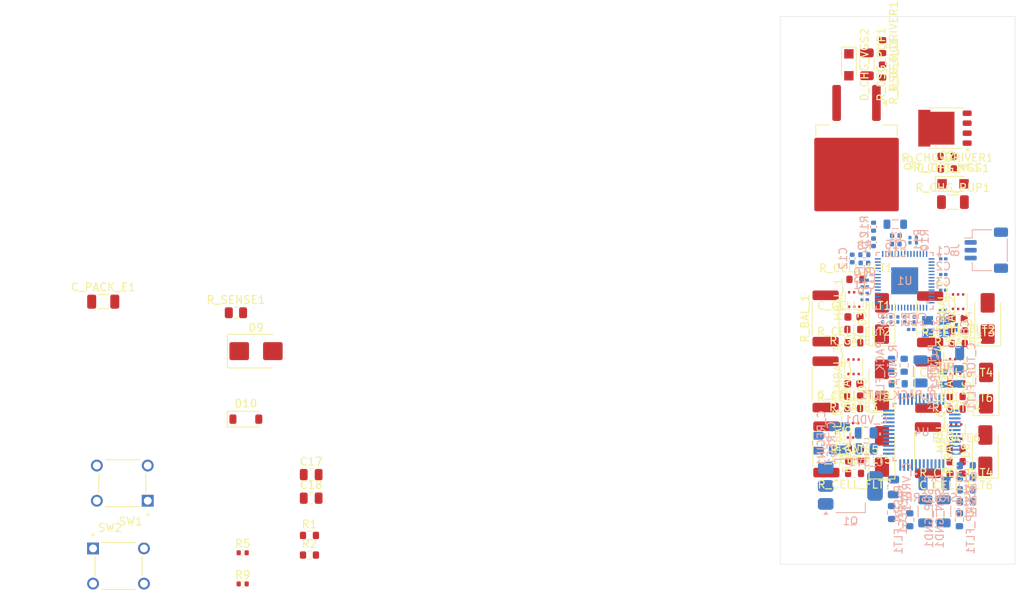
<source format=kicad_pcb>
(kicad_pcb (version 20241229) (generator "pcbnew") (generator_version "9.0")
  (layers (0 "F.Cu" signal) (4 "In1.Cu" signal) (6 "In2.Cu" signal) (2 "B.Cu" signal) (13 "F.Paste" user) (15 "B.Paste" user) (5 "F.SilkS" user "F.Silkscreen") (7 "B.SilkS" user "B.Silkscreen") (1 "F.Mask" user) (3 "B.Mask" user) (25 "Edge.Cuts" user))
  (net 0 "")
  (net 1 "/main/BMS/AGND")
  (net 2 "/main/BMS/CELL_6")
  (net 3 "/main/BMS/CELL_5")
  (net 4 "/main/BMS/CELL_4")
  (net 5 "/main/BMS/CELL_3")
  (net 6 "/main/BMS/CELL_2")
  (net 7 "/main/BMS/CELL_1")
  (net 8 "/main/BMS/CELL_0")
  (net 9 "/main/BMS/VCP")
  (net 10 "/main/BMS/BATT+")
  (net 11 "/main/BMS/PGNDE")
  (net 12 "Net-(Q1-C)")
  (net 13 "/main/BMS/SRN")
  (net 14 "/main/BMS/SRP")
  (net 15 "Net-(C12-Pad1)")
  (net 16 "/main/BMS/C5")
  (net 17 "/main/BMS/C4")
  (net 18 "Net-(U4-3V3)")
  (net 19 "/main/BMS/C3")
  (net 20 "Net-(D3-K)")
  (net 21 "/main/BMS/C2")
  (net 22 "Net-(D4-K)")
  (net 23 "Net-(D5-K)")
  (net 24 "/main/BMS/C1")
  (net 25 "GND")
  (net 26 "Net-(D6-K)")
  (net 27 "/main/BMS/TOP")
  (net 28 "Net-(D_CHG_VGS1-K)")
  (net 29 "Net-(D_CHG_VGS2-K)")
  (net 30 "Net-(MBAL_1-D)")
  (net 31 "Net-(MBAL_2-D)")
  (net 32 "Net-(MBAL_3-D)")
  (net 33 "Net-(MBAL_4-D)")
  (net 34 "Net-(MBAL_5-D)")
  (net 35 "Net-(MBAL_6-D)")
  (net 36 "Net-(Q2-G)")
  (net 37 "/main/BMS/DRAIN")
  (net 38 "Net-(Q3-G)")
  (net 39 "/main/BMS/NTC4")
  (net 40 "/main/BMS/NTC3")
  (net 41 "/main/BMS/NTC2")
  (net 42 "/main/BMS/NTC1")
  (net 43 "/main/BMS/CHG")
  (net 44 "/main/BMS/DSG")
  (net 45 "/main/BMS/SCL")
  (net 46 "/main/BMS/C10")
  (net 47 "/main/BMS/SDA")
  (net 48 "Net-(Q1-B)")
  (net 49 "+3V3")
  (net 50 "+1V1")
  (net 51 "Net-(U1-VREG_AVDD)")
  (net 52 "/main/microcontroller/XR")
  (net 53 "/main/microcontroller/XIN")
  (net 54 "Net-(U4-VMID)")
  (net 55 "/main/housekeeping/5V_IN")
  (net 56 "Net-(U4-PACKP)")
  (net 57 "Net-(U4-VTOP)")
  (net 58 "Net-(U4-VDD)")
  (net 59 "/main/INT_5V")
  (net 60 "Net-(U4-VREF)")
  (net 61 "Net-(D7-K)")
  (net 62 "Net-(D8-K)")
  (net 63 "Net-(J8-Pin_3)")
  (net 64 "Net-(J8-Pin_1)")
  (net 65 "/main/external_io/D+")
  (net 66 "Net-(J1-CC1_A)")
  (net 67 "Net-(J1-CC1_B)")
  (net 68 "Net-(R5-Pad2)")
  (net 69 "Net-(R9-Pad1)")
  (net 71 "Net-(U1-VREG_LX)")
  (net 72 "Net-(U1-USB_DP)")
  (net 73 "Net-(U1-USB_DM)")
  (net 74 "/main/microcontroller/ADC_VREF")
  (net 75 "/main/microcontroller/XOUT")
  (net 76 "/main/microcontroller/SWCLK")
  (net 77 "/main/microcontroller/SWDIO")
  (net 80 "Net-(U1-RUN)")
  (net 81 "Net-(U1-QSPI_SS)")
  (net 84 "/main/BMS/WDT")
  (net 93 "/main/BMS/XALERT")
  (net 109 "/main/BMS/NSHDN")
  (footprint "Resistor_SMD:R_0603_1608Metric" (layer "F.Cu") (at 221.855 51.485)
    (property "Reference" "R_CHG_DRIVER1" (at 0 -1.43 0) (layer "F.SilkS"))
    (property "Value" "100 Ω")
    (pad "1" smd roundrect (at -0.825 0) (size 0.8 0.95) (layers "F.Cu" "F.Mask" "F.Paste") (net 43 "/main/BMS/CHG"))
    (pad "2" smd roundrect (at 0.825 0) (size 0.8 0.95) (layers "F.Cu" "F.Mask" "F.Paste") (net 28 "Net-(D_CHG_VGS1-K)"))
  )
  (footprint "Resistor_SMD:R_2512_6332Metric" (layer "F.Cu") (at 219.375 87.4375 -90)
    (property "Reference" "R_BAL_6" (at 0 -2.63 90) (layer "F.SilkS"))
    (property "Value" "43 Ω")
    (pad "1" smd roundrect (at -2.9625 0 270) (size 1.225 3.35) (layers "F.Cu" "F.Mask" "F.Paste") (roundrect_rratio 0.204082) (net 35 "Net-(MBAL_6-D)"))
    (pad "2" smd roundrect (at 2.9625 0 270) (size 1.225 3.35) (layers "F.Cu" "F.Mask" "F.Paste") (roundrect_rratio 0.204082) (net 24 "/main/BMS/C1"))
  )
  (footprint "_BMS:SC70-6" (layer "F.Cu") (at 209.8 84.9 90)
    (property "Reference" "MBAL_5" (at 0 -2 90) (layer "F.SilkS"))
    (property "Value" "MOSFET")
    (pad "1" smd roundrect (at -0.925 -0.65 90) (size 0.325 0.3) (layers "F.Cu" "F.Mask" "F.Paste") (net 34 "Net-(MBAL_5-D)"))
    (pad "2" smd roundrect (at -0.925 0 90) (size 0.325 0.3) (layers "F.Cu" "F.Mask" "F.Paste") (net 61 "Net-(D7-K)"))
    (pad "3" smd roundrect (at -0.925 0.65 90) (size 0.325 0.3) (layers "F.Cu" "F.Mask" "F.Paste") (net 24 "/main/BMS/C1"))
    (pad "4" smd roundrect (at 0.925 0.65 90) (size 0.325 0.3) (layers "F.Cu" "F.Mask" "F.Paste"))
    (pad "5" smd roundrect (at 0.925 0 90) (size 0.325 0.3) (layers "F.Cu" "F.Mask" "F.Paste"))
    (pad "6" smd roundrect (at 0.925 -0.65 90) (size 0.325 0.3) (layers "F.Cu" "F.Mask" "F.Paste"))
  )
  (footprint "Resistor_SMD:R_0603_1608Metric" (layer "F.Cu") (at 209.9 72 180)
    (property "Reference" "R_GATE1" (at 0 -1.43 0) (layer "F.SilkS"))
    (property "Value" "10 Ω")
    (pad "1" smd roundrect (at -0.825 0 180) (size 0.8 0.95) (layers "F.Cu" "F.Mask" "F.Paste") (net 3 "/main/BMS/CELL_5"))
    (pad "2" smd roundrect (at 0.825 0 180) (size 0.8 0.95) (layers "F.Cu" "F.Mask" "F.Paste") (net 20 "Net-(D3-K)"))
  )
  (footprint "Resistor_SMD:R_0603_1608Metric" (layer "F.Cu") (at 221.805 49.885 180)
    (property "Reference" "R_CHG_MG1" (at 0 -1.43 0) (layer "F.SilkS"))
    (property "Value" "100 Ω")
    (pad "1" smd roundrect (at -0.825 0 180) (size 0.8 0.95) (layers "F.Cu" "F.Mask" "F.Paste") (net 28 "Net-(D_CHG_VGS1-K)"))
    (pad "2" smd roundrect (at 0.825 0 180) (size 0.8 0.95) (layers "F.Cu" "F.Mask" "F.Paste") (net 36 "Net-(Q2-G)"))
  )
  (footprint "Resistor_SMD:R_0603_1608Metric" (layer "F.Cu") (at 222.975 80.575 180)
    (property "Reference" "R_GATE4" (at 0 -1.43 0) (layer "F.SilkS"))
    (property "Value" "10 Ω")
    (pad "1" smd roundrect (at -0.825 0 180) (size 0.8 0.95) (layers "F.Cu" "F.Mask" "F.Paste") (net 6 "/main/BMS/CELL_2"))
    (pad "2" smd roundrect (at 0.825 0 180) (size 0.8 0.95) (layers "F.Cu" "F.Mask" "F.Paste") (net 26 "Net-(D6-K)"))
  )
  (footprint "Resistor_SMD:R_0603_1608Metric" (layer "F.Cu") (at 210 90.4 180)
    (property "Reference" "R_CELL_FLT7" (at 0 -1.43 0) (layer "F.SilkS"))
    (property "Value" "1000 Ω")
    (pad "1" smd roundrect (at -0.825 0 180) (size 0.8 0.95) (layers "F.Cu" "F.Mask" "F.Paste") (net 24 "/main/BMS/C1"))
    (pad "2" smd roundrect (at 0.825 0 180) (size 0.8 0.95) (layers "F.Cu" "F.Mask" "F.Paste") (net 7 "/main/BMS/CELL_1"))
  )
  (footprint "_BMS:SC70-6" (layer "F.Cu") (at 209.875 76.775 90)
    (property "Reference" "MBAL_3" (at 0 -2 90) (layer "F.SilkS"))
    (property "Value" "MOSFET")
    (pad "1" smd roundrect (at -0.925 -0.65 90) (size 0.325 0.3) (layers "F.Cu" "F.Mask" "F.Paste") (net 32 "Net-(MBAL_3-D)"))
    (pad "2" smd roundrect (at -0.925 0 90) (size 0.325 0.3) (layers "F.Cu" "F.Mask" "F.Paste") (net 23 "Net-(D5-K)"))
    (pad "3" smd roundrect (at -0.925 0.65 90) (size 0.325 0.3) (layers "F.Cu" "F.Mask" "F.Paste") (net 19 "/main/BMS/C3"))
    (pad "4" smd roundrect (at 0.925 0.65 90) (size 0.325 0.3) (layers "F.Cu" "F.Mask" "F.Paste"))
    (pad "5" smd roundrect (at 0.925 0 90) (size 0.325 0.3) (layers "F.Cu" "F.Mask" "F.Paste"))
    (pad "6" smd roundrect (at 0.925 -0.65 90) (size 0.325 0.3) (layers "F.Cu" "F.Mask" "F.Paste"))
  )
  (footprint "Resistor_SMD:R_0603_1608Metric" (layer "F.Cu") (at 209.875 80.525 180)
    (property "Reference" "R_GATE3" (at 0 -1.43 0) (layer "F.SilkS"))
    (property "Value" "10 Ω")
    (pad "1" smd roundrect (at -0.825 0 180) (size 0.8 0.95) (layers "F.Cu" "F.Mask" "F.Paste") (net 5 "/main/BMS/CELL_3"))
    (pad "2" smd roundrect (at 0.825 0 180) (size 0.8 0.95) (layers "F.Cu" "F.Mask" "F.Paste") (net 23 "Net-(D5-K)"))
  )
  (footprint "Resistor_SMD:R_2512_6332Metric" (layer "F.Cu") (at 206.3 70.6 90)
    (property "Reference" "R_BAL_1" (at 0 -2.63 90) (layer "F.SilkS"))
    (property "Value" "43 Ω")
    (pad "1" smd roundrect (at -2.9625 0 90) (size 1.225 3.35) (layers "F.Cu" "F.Mask" "F.Paste") (roundrect_rratio 0.204082) (net 30 "Net-(MBAL_1-D)"))
    (pad "2" smd roundrect (at 2.9625 0 90) (size 1.225 3.35) (layers "F.Cu" "F.Mask" "F.Paste") (roundrect_rratio 0.204082) (net 27 "/main/BMS/TOP"))
  )
  (footprint "Resistor_SMD:R_0603_1608Metric" (layer "F.Cu") (at 140.380199 100.8408)
    (property "Reference" "R2" (at 0 -1.43 0) (layer "F.SilkS"))
    (property "Value" "5.1k")
    (pad "1" smd roundrect (at -0.825 0) (size 0.8 0.95) (layers "F.Cu" "F.Mask" "F.Paste") (net 25 "GND"))
    (pad "2" smd roundrect (at 0.825 0) (size 0.8 0.95) (layers "F.Cu" "F.Mask" "F.Paste") (net 67 "Net-(J1-CC1_B)"))
  )
  (footprint "Resistor_SMD:R_0402_1005Metric" (layer "F.Cu") (at 131.850199 104.5308)
    (property "Reference" "R9" (at 0 -1.17 0) (layer "F.SilkS"))
    (property "Value" "1k")
    (pad "1" smd roundrect (at -0.51 0) (size 0.54 0.64) (layers "F.Cu" "F.Mask" "F.Paste") (net 69 "Net-(R9-Pad1)"))
    (pad "2" smd roundrect (at 0.51 0) (size 0.54 0.64) (layers "F.Cu" "F.Mask" "F.Paste") (net 25 "GND"))
  )
  (footprint "_BMS:SC70-6" (layer "F.Cu") (at 222.85 76.725 90)
    (property "Reference" "MBAL_4" (at 0 -2 90) (layer "F.SilkS"))
    (property "Value" "MOSFET")
    (pad "1" smd roundrect (at -0.925 -0.65 90) (size 0.325 0.3) (layers "F.Cu" "F.Mask" "F.Paste") (net 33 "Net-(MBAL_4-D)"))
    (pad "2" smd roundrect (at -0.925 0 90) (size 0.325 0.3) (layers "F.Cu" "F.Mask" "F.Paste") (net 26 "Net-(D6-K)"))
    (pad "3" smd roundrect (at -0.925 0.65 90) (size 0.325 0.3) (layers "F.Cu" "F.Mask" "F.Paste") (net 21 "/main/BMS/C2"))
    (pad "4" smd roundrect (at 0.925 0.65 90) (size 0.325 0.3) (layers "F.Cu" "F.Mask" "F.Paste"))
    (pad "5" smd roundrect (at 0.925 0 90) (size 0.325 0.3) (layers "F.Cu" "F.Mask" "F.Paste"))
    (pad "6" smd roundrect (at 0.925 -0.65 90) (size 0.325 0.3) (layers "F.Cu" "F.Mask" "F.Paste"))
  )
  (footprint "Resistor_SMD:R_0402_1005Metric" (layer "F.Cu") (at 131.850199 100.5508)
    (property "Reference" "R5" (at 0 -1.17 0) (layer "F.SilkS"))
    (property "Value" "1k")
    (pad "1" smd roundrect (at -0.51 0) (size 0.54 0.64) (layers "F.Cu" "F.Mask" "F.Paste") (net 25 "GND"))
    (pad "2" smd roundrect (at 0.51 0) (size 0.54 0.64) (layers "F.Cu" "F.Mask" "F.Paste") (net 68 "Net-(R5-Pad2)"))
  )
  (footprint "_BMS:SW_TS02-66-43-BK-160-LCR-D" (layer "F.Cu") (at 115.994199 102.2428)
    (property "Reference" "SW2" (at -1.079 -4.889 0) (layer "F.SilkS"))
    (property "Value" "SW_Push")
    (pad "1" thru_hole rect (at -3.25 -2.25) (size 1.508 1.508) (drill 1) (layers "*.Cu" "*.Mask") (net 81 "Net-(U1-QSPI_SS)"))
    (pad "2" thru_hole circle (at 3.25 -2.25) (size 1.508 1.508) (drill 1) (layers "*.Cu" "*.Mask") (net 69 "Net-(R9-Pad1)"))
    (pad "3" thru_hole circle (at -3.25 2.25) (size 1.508 1.508) (drill 1) (layers "*.Cu" "*.Mask"))
    (pad "4" thru_hole circle (at 3.25 2.25) (size 1.508 1.508) (drill 1) (layers "*.Cu" "*.Mask"))
  )
  (footprint "Resistor_SMD:R_2512_6332Metric" (layer "F.Cu") (at 219.65 70.7 -90)
    (property "Reference" "R_BAL_2" (at 0 -2.63 90) (layer "F.SilkS"))
    (property "Value" "43 Ω")
    (pad "1" smd roundrect (at -2.9625 0 270) (size 1.225 3.35) (layers "F.Cu" "F.Mask" "F.Paste") (roundrect_rratio 0.204082) (net 31 "Net-(MBAL_2-D)"))
    (pad "2" smd roundrect (at 2.9625 0 270) (size 1.225 3.35) (layers "F.Cu" "F.Mask" "F.Paste") (roundrect_rratio 0.204082) (net 16 "/main/BMS/C5"))
  )
  (footprint "Diode_SMD:D_SMA" (layer "F.Cu") (at 227 70.6 90)
    (property "Reference" "D4" (at 0 -2.5 90) (layer "F.SilkS"))
    (property "Value" "D_Zener")
    (pad "1" smd roundrect (at -2 0 90) (size 2.5 1.8) (layers "F.Cu" "F.Mask" "F.Paste") (roundrect_rratio 0.1388888889) (net 22 "Net-(D4-K)"))
    (pad "2" smd roundrect (at 2 0 90) (size 2.5 1.8) (layers "F.Cu" "F.Mask" "F.Paste") (roundrect_rratio 0.1388888889) (net 17 "/main/BMS/C4"))
  )
  (footprint "Resistor_SMD:R_0603_1608Metric" (layer "F.Cu") (at 213.575 38.975 -90)
    (property "Reference" "R_DSG_MG1" (at 0 -1.43 90) (layer "F.SilkS"))
    (property "Value" "100 Ω")
    (pad "1" smd roundrect (at -0.825 0 270) (size 0.8 0.95) (layers "F.Cu" "F.Mask" "F.Paste") (net 29 "Net-(D_CHG_VGS2-K)"))
    (pad "2" smd roundrect (at 0.825 0 270) (size 0.8 0.95) (layers "F.Cu" "F.Mask" "F.Paste") (net 38 "Net-(Q3-G)"))
  )
  (footprint "Resistor_SMD:R_1206_3216Metric" (layer "F.Cu") (at 222.5625 55.725)
    (property "Reference" "R_CHG_PUP1" (at 0 -1.83 0) (layer "F.SilkS"))
    (property "Value" "10 MΩ")
    (pad "1" smd roundrect (at -1.4625 0) (size 1.125 1.75) (layers "F.Cu" "F.Mask" "F.Paste") (roundrect_rratio 0.222222) (net 28 "Net-(D_CHG_VGS1-K)"))
    (pad "2" smd roundrect (at 1.4625 0) (size 1.125 1.75) (layers "F.Cu" "F.Mask" "F.Paste") (roundrect_rratio 0.222222) (net 27 "/main/BMS/TOP"))
  )
  (footprint "Resistor_SMD:R_1206_3216Metric" (layer "F.Cu") (at 211.575 38.1125 -90)
    (property "Reference" "R_DSG_PUP1" (at 0 -1.83 90) (layer "F.SilkS"))
    (property "Value" "10 MΩ")
    (pad "1" smd roundrect (at -1.4625 0 270) (size 1.125 1.75) (layers "F.Cu" "F.Mask" "F.Paste") (roundrect_rratio 0.222222) (net 29 "Net-(D_CHG_VGS2-K)"))
    (pad "2" smd roundrect (at 1.4625 0 270) (size 1.125 1.75) (layers "F.Cu" "F.Mask" "F.Paste") (roundrect_rratio 0.222222) (net 10 "/main/BMS/BATT+"))
  )
  (footprint "Capacitor_SMD:C_0603_1608Metric" (layer "F.Cu") (at 222.975 78.95)
    (property "Reference" "C_CELL_FLT4" (at 0 -1.43 0) (layer "F.SilkS"))
    (property "Value" "10 nF")
    (pad "1" smd roundrect (at -0.775 0) (size 0.9 0.95) (layers "F.Cu" "F.Mask" "F.Paste") (net 5 "/main/BMS/CELL_3"))
    (pad "2" smd roundrect (at 0.775 0) (size 0.9 0.95) (layers "F.Cu" "F.Mask" "F.Paste") (net 6 "/main/BMS/CELL_2"))
  )
  (footprint "Resistor_SMD:R_0603_1608Metric" (layer "F.Cu") (at 223.25 73.8)
    (property "Reference" "R_CELL_FLT3" (at 0 -1.43 0) (layer "F.SilkS"))
    (property "Value" "1000 Ω")
    (pad "1" smd roundrect (at -0.825 0) (size 0.8 0.95) (layers "F.Cu" "F.Mask" "F.Paste") (net 17 "/main/BMS/C4"))
    (pad "2" smd roundrect (at 0.825 0) (size 0.8 0.95) (layers "F.Cu" "F.Mask" "F.Paste") (net 4 "/main/BMS/CELL_4"))
  )
  (footprint "Resistor_SMD:R_0603_1608Metric" (layer "F.Cu") (at 222.975 82.175)
    (property "Reference" "R_CELL_FLT6" (at 0 -1.43 0) (layer "F.SilkS"))
    (property "Value" "1000 Ω")
    (pad "1" smd roundrect (at -0.825 0) (size 0.8 0.95) (layers "F.Cu" "F.Mask" "F.Paste") (net 21 "/main/BMS/C2"))
    (pad "2" smd roundrect (at 0.825 0) (size 0.8 0.95) (layers "F.Cu" "F.Mask" "F.Paste") (net 6 "/main/BMS/CELL_2"))
  )
  (footprint "Package_TO_SOT_SMD:TO-263-2" (layer "F.Cu") (at 210.25 50.7 -90)
    (property "Reference" "Q3" (at 0 -6.65 90) (layer "F.SilkS"))
    (property "Value" "PSMN3R7-100BSE")
    (pad "1" smd roundrect (at -7.65 -2.54 270) (size 4.6 1.1) (layers "F.Cu" "F.Mask" "F.Paste") (roundrect_rratio 0.227273) (net 37 "/main/BMS/DRAIN"))
    (pad "2" smd roundrect (at 1.5 0 270) (size 9.4 10.8) (layers "F.Cu" "F.Mask") (roundrect_rratio 0.026596) (net 38 "Net-(Q3-G)"))
    (pad "3" smd roundrect (at -7.65 2.54 270) (size 4.6 1.1) (layers "F.Cu" "F.Mask" "F.Paste") (roundrect_rratio 0.227273) (net 10 "/main/BMS/BATT+"))
  )
  (footprint "Capacitor_SMD:C_0603_1608Metric" (layer "F.Cu") (at 223.225 70.6 180)
    (property "Reference" "C_CELL_FLT2" (at 0 -1.43 0) (layer "F.SilkS"))
    (property "Value" "10 nF")
    (pad "1" smd roundrect (at -0.775 0 180) (size 0.9 0.95) (layers "F.Cu" "F.Mask" "F.Paste") (net 3 "/main/BMS/CELL_5"))
    (pad "2" smd roundrect (at 0.775 0 180) (size 0.9 0.95) (layers "F.Cu" "F.Mask" "F.Paste") (net 4 "/main/BMS/CELL_4"))
  )
  (footprint "Diode_SMD:D_SMA" (layer "F.Cu") (at 226.7 87.5 90)
    (property "Reference" "D8" (at 0 -2.5 90) (layer "F.SilkS"))
    (property "Value" "D_Zener")
    (pad "1" smd roundrect (at -2 0 90) (size 2.5 1.8) (layers "F.Cu" "F.Mask" "F.Paste") (roundrect_rratio 0.1388888889) (net 62 "Net-(D8-K)"))
    (pad "2" smd roundrect (at 2 0 90) (size 2.5 1.8) (layers "F.Cu" "F.Mask" "F.Paste") (roundrect_rratio 0.1388888889) (net 25 "GND"))
  )
  (footprint "Resistor_SMD:R_0603_1608Metric" (layer "F.Cu") (at 213.575 35.85 -90)
    (property "Reference" "R_DSG_DRIVER1" (at 0 -1.43 90) (layer "F.SilkS"))
    (property "Value" "100 Ω")
    (pad "1" smd roundrect (at -0.825 0 270) (size 0.8 0.95) (layers "F.Cu" "F.Mask" "F.Paste") (net 44 "/main/BMS/DSG"))
    (pad "2" smd roundrect (at 0.825 0 270) (size 0.8 0.95) (layers "F.Cu" "F.Mask" "F.Paste") (net 29 "Net-(D_CHG_VGS2-K)"))
  )
  (footprint "Diode_SMD:D_SMA" (layer "F.Cu") (at 213.5 70.6 90)
    (property "Reference" "D3" (at 0 -2.5 90) (layer "F.SilkS"))
    (property "Value" "D_Zener")
    (pad "1" smd roundrect (at -2 0 90) (size 2.5 1.8) (layers "F.Cu" "F.Mask" "F.Paste") (roundrect_rratio 0.1388888889) (net 20 "Net-(D3-K)"))
    (pad "2" smd roundrect (at 2 0 90) (size 2.5 1.8) (layers "F.Cu" "F.Mask" "F.Paste") (roundrect_rratio 0.1388888889) (net 16 "/main/BMS/C5"))
  )
  (footprint "Capacitor_SMD:C_0805_2012Metric" (layer "F.Cu") (at 140.600199 90.5608)
    (property "Reference" "C17" (at 0 -1.68 0) (layer "F.SilkS"))
    (property "Value" "10uF")
    (pad "1" smd roundrect (at -0.95 0) (size 1 1.45) (layers "F.Cu" "F.Mask" "F.Paste") (net 55 "/main/housekeeping/5V_IN"))
    (pad "2" smd roundrect (at 0.95 0) (size 1 1.45) (layers "F.Cu" "F.Mask" "F.Paste") (net 25 "GND"))
  )
  (footprint "Capacitor_SMD:C_0805_2012Metric" (layer "F.Cu") (at 140.600199 93.5708)
    (property "Reference" "C18" (at 0 -1.68 0) (layer "F.SilkS"))
    (property "Value" "10uF")
    (pad "1" smd roundrect (at -0.95 0) (size 1 1.45) (layers "F.Cu" "F.Mask" "F.Paste") (net 49 "+3V3"))
    (pad "2" smd roundrect (at 0.95 0) (size 1 1.45) (layers "F.Cu" "F.Mask" "F.Paste") (net 25 "GND"))
  )
  (footprint "_BMS:SC70-6" (layer "F.Cu") (at 209.95 68.175 90)
    (property "Reference" "MBAL_1" (at 0 -2 90) (layer "F.SilkS"))
    (property "Value" "MOSFET")
    (pad "1" smd roundrect (at -0.925 -0.65 90) (size 0.325 0.3) (layers "F.Cu" "F.Mask" "F.Paste") (net 30 "Net-(MBAL_1-D)"))
    (pad "2" smd roundrect (at -0.925 0 90) (size 0.325 0.3) (layers "F.Cu" "F.Mask" "F.Paste") (net 20 "Net-(D3-K)"))
    (pad "3" smd roundrect (at -0.925 0.65 90) (size 0.325 0.3) (layers "F.Cu" "F.Mask" "F.Paste") (net 16 "/main/BMS/C5"))
    (pad "4" smd roundrect (at 0.925 0.65 90) (size 0.325 0.3) (layers "F.Cu" "F.Mask" "F.Paste"))
    (pad "5" smd roundrect (at 0.925 0 90) (size 0.325 0.3) (layers "F.Cu" "F.Mask" "F.Paste"))
    (pad "6" smd roundrect (at 0.925 -0.65 90) (size 0.325 0.3) (layers "F.Cu" "F.Mask" "F.Paste"))
  )
  (footprint "Diode_SMD:D_SMA" (layer "F.Cu") (at 213.5 79.1 90)
    (property "Reference" "D5" (at 0 -2.5 90) (layer "F.SilkS"))
    (property "Value" "D_Zener")
    (pad "1" smd roundrect (at -2 0 90) (size 2.5 1.8) (layers "F.Cu" "F.Mask" "F.Paste") (roundrect_rratio 0.1388888889) (net 23 "Net-(D5-K)"))
    (pad "2" smd roundrect (at 2 0 90) (size 2.5 1.8) (layers "F.Cu" "F.Mask" "F.Paste") (roundrect_rratio 0.1388888889) (net 19 "/main/BMS/C3"))
  )
  (footprint "Diode_SMD:Nexperia_CFP3_SOD-123W" (layer "F.Cu") (at 222.58 53.385)
    (property "Reference" "D_CHG_VGS1" (at 0 -2 0) (layer "F.SilkS"))
    (property "Value" "TPSMF4L16A")
    (pad "1" smd rect (at -1.4 0) (size 1.2 1.2) (layers "F.Cu" "F.Mask" "F.Paste") (net 28 "Net-(D_CHG_VGS1-K)"))
    (pad "2" smd rect (at 1.4 0) (size 1.2 1.2) (layers "F.Cu" "F.Mask" "F.Paste") (net 27 "/main/BMS/TOP"))
  )
  (footprint "Resistor_SMD:R_0603_1608Metric" (layer "F.Cu") (at 222.975 88.9 180)
    (property "Reference" "R_CELL_FLT4" (at 0 -1.43 0) (layer "F.SilkS"))
    (property "Value" "1000 Ω")
    (pad "1" smd roundrect (at -0.825 0 180) (size 0.8 0.95) (layers "F.Cu" "F.Mask" "F.Paste") (net 25 "GND"))
    (pad "2" smd roundrect (at 0.825 0 180) (size 0.8 0.95) (layers "F.Cu" "F.Mask" "F.Paste") (net 8 "/main/BMS/CELL_0"))
  )
  (footprint "Resistor_SMD:R_0805_2012Metric" (layer "F.Cu") (at 130.990199 69.8708)
    (property "Reference" "R_SENSE1" (at 0 -1.65 0) (layer "F.SilkS"))
    (property "Value" "2 mΩ")
    (pad "1" smd roundrect (at -0.9125 0) (size 1.025 1.4) (layers "F.Cu" "F.Mask" "F.Paste") (roundrect_rratio 0.243902) (net 25 "GND"))
    (pad "2" smd roundrect (at 0.9125 0) (size 1.025 1.4) (layers "F.Cu" "F.Mask" "F.Paste") (roundrect_rratio 0.243902) (net 11 "/main/BMS/PGNDE"))
  )
  (footprint "Capacitor_SMD:C_0603_1608Metric" (layer "F.Cu") (at 209.925 70.4)
    (property "Reference" "C_CELL_FLT1" (at 0 -1.43 0) (layer "F.SilkS"))
    (property "Value" "10 nF")
    (pad "1" smd roundrect (at -0.775 0) (size 0.9 0.95) (layers "F.Cu" "F.Mask" "F.Paste") (net 2 "/main/BMS/CELL_6"))
    (pad "2" smd roundrect (at 0.775 0) (size 0.9 0.95) (layers "F.Cu" "F.Mask" "F.Paste") (net 3 "/main/BMS/CELL_5"))
  )
  (footprint "Resistor_SMD:R_2512_6332Metric" (layer "F.Cu") (at 206.4 87.3375 -90)
    (property "Reference" "R_BAL_5" (at 0 -2.63 90) (layer "F.SilkS"))
    (property "Value" "43 Ω")
    (pad "1" smd roundrect (at -2.9625 0 270) (size 1.225 3.35) (layers "F.Cu" "F.Mask" "F.Paste") (roundrect_rratio 0.204082) (net 34 "Net-(MBAL_5-D)"))
    (pad "2" smd roundrect (at 2.9625 0 270) (size 1.225 3.35) (layers "F.Cu" "F.Mask" "F.Paste") (roundrect_rratio 0.204082) (net 21 "/main/BMS/C2"))
  )
  (footprint "Diode_SMD:D_SMA" (layer "F.Cu") (at 213.5 87.6 90)
    (property "Reference" "D7" (at 0 -2.5 90) (layer "F.SilkS"))
    (property "Value" "D_Zener")
    (pad "1" smd roundrect (at -2 0 90) (size 2.5 1.8) (layers "F.Cu" "F.Mask" "F.Paste") (roundrect_rratio 0.1388888889) (net 61 "Net-(D7-K)"))
    (pad "2" smd roundrect (at 2 0 90) (size 2.5 1.8) (layers "F.Cu" "F.Mask" "F.Paste") (roundrect_rratio 0.1388888889) (net 24 "/main/BMS/C1"))
  )
  (footprint "Diode_SMD:Nexperia_CFP3_SOD-123W" (layer "F.Cu") (at 209.275 38.175 -90)
    (property "Reference" "D_CHG_VGS2" (at 0 -2 90) (layer "F.SilkS"))
    (property "Value" "TPSMF4L16A")
    (pad "1" smd rect (at -1.4 0 270) (size 1.2 1.2) (layers "F.Cu" "F.Mask" "F.Paste") (net 29 "Net-(D_CHG_VGS2-K)"))
    (pad "2" smd rect (at 1.4 0 270) (size 1.2 1.2) (layers "F.Cu" "F.Mask" "F.Paste") (net 10 "/main/BMS/BATT+"))
  )
  (footprint "Resistor_SMD:R_2512_6332Metric" (layer "F.Cu") (at 206.3 79.025 -90)
    (property "Reference" "R_BAL_3" (at 0 -2.63 90) (layer "F.SilkS"))
    (property "Value" "43 Ω")
    (pad "1" smd roundrect (at -2.9625 0 270) (size 1.225 3.35) (layers "F.Cu" "F.Mask" "F.Paste") (roundrect_rratio 0.204082) (net 32 "Net-(MBAL_3-D)"))
    (pad "2" smd roundrect (at 2.9625 0 270) (size 1.225 3.35) (layers "F.Cu" "F.Mask" "F.Paste") (roundrect_rratio 0.204082) (net 17 "/main/BMS/C4"))
  )
  (footprint "Resistor_SMD:R_0603_1608Metric" (layer "F.Cu") (at 140.380199 98.3308)
    (property "Reference" "R1" (at 0 -1.43 0) (layer "F.SilkS"))
    (property "Value" "5.1k")
    (pad "1" smd roundrect (at -0.825 0) (size 0.8 0.95) (layers "F.Cu" "F.Mask" "F.Paste") (net 25 "GND"))
    (pad "2" smd roundrect (at 0.825 0) (size 0.8 0.95) (layers "F.Cu" "F.Mask" "F.Paste") (net 66 "Net-(J1-CC1_A)"))
  )
  (footprint "Resistor_SMD:R_0603_1608Metric" (layer "F.Cu") (at 210 88.8)
    (property "Reference" "R_GATE5" (at 0 -1.43 0) (layer "F.SilkS"))
    (property "Value" "10 Ω")
    (pad "1" smd roundrect (at -0.825 0) (size 0.8 0.95) (layers "F.Cu" "F.Mask" "F.Paste") (net 7 "/main/BMS/CELL_1"))
    (pad "2" smd roundrect (at 0.825 0) (size 0.8 0.95) (layers "F.Cu" "F.Mask" "F.Paste") (net 61 "Net-(D7-K)"))
  )
  (footprint "_BMS:SC70-6" (layer "F.Cu") (at 223.225 68.45 90)
    (property "Reference" "MBAL_2" (at 0 -2 90) (layer "F.SilkS"))
    (property "Value" "MOSFET")
    (pad "1" smd roundrect (at -0.925 -0.65 90) (size 0.325 0.3) (layers "F.Cu" "F.Mask" "F.Paste") (net 31 "Net-(MBAL_2-D)"))
    (pad "2" smd roundrect (at -0.925 0 90) (size 0.325 0.3) (layers "F.Cu" "F.Mask" "F.Paste") (net 22 "Net-(D4-K)"))
    (pad "3" smd roundrect (at -0.925 0.65 90) (size 0.325 0.3) (layers "F.Cu" "F.Mask" "F.Paste") (net 17 "/main/BMS/C4"))
    (pad "4" smd roundrect (at 0.925 0.65 90) (size 0.325 0.3) (layers "F.Cu" "F.Mask" "F.Paste"))
    (pad "5" smd roundrect (at 0.925 0 90) (size 0.325 0.3) (layers "F.Cu" "F.Mask" "F.Paste"))
    (pad "6" smd roundrect (at 0.925 -0.65 90) (size 0.325 0.3) (layers "F.Cu" "F.Mask" "F.Paste"))
  )
  (footprint "Package_TO_SOT_SMD:LFPAK56" (layer "F.Cu") (at 221.71 46.275 180)
    (property "Reference" "Q2" (at -0.08 -3.48 0) (layer "F.SilkS"))
    (property "Value" "PSMN020-100YS")
    (pad "1" smd roundrect (at -2.67 -1.91 90) (size 0.7 1.15) (layers "F.Cu" "F.Mask" "F.Paste") (net 37 "/main/BMS/DRAIN"))
    (pad "2" smd roundrect (at -2.67 -0.64 90) (size 0.7 1.15) (layers "F.Cu" "F.Mask" "F.Paste") (net 36 "Net-(Q2-G)"))
    (pad "3" smd roundrect (at -2.67 0.64 90) (size 0.7 1.15) (layers "F.Cu" "F.Mask" "F.Paste") (net 27 "/main/BMS/TOP"))
    (pad "4" smd roundrect (at -2.67 1.91 90) (size 0.7 1.15) (layers "F.Cu" "F.Mask" "F.Paste"))
    (pad "5" smd custom (at 0.6 0 180) (size 3.3 4.2) (layers "F.Cu" "F.Mask") (options (clearance outline) (anchor rect)) (primitives (gr_poly (pts (xy 2.975 2.35) (xy 1.425 2.35) (xy 1.425 -2.35) (xy 2.975 -2.35)) (width 0) (fill yes))))
  )
  (footprint "Capacitor_SMD:C_0603_1608Metric" (layer "F.Cu") (at 209.9 78.95 180)
    (property "Reference" "C_CELL_FLT3" (at 0 -1.43 0) (layer "F.SilkS"))
    (property "Value" "10 nF")
    (pad "1" smd roundrect (at -0.775 0 180) (size 0.9 0.95) (layers "F.Cu" "F.Mask" "F.Paste") (net 4 "/main/BMS/CELL_4"))
    (pad "2" smd roundrect (at 0.775 0 180) (size 0.9 0.95) (layers "F.Cu" "F.Mask" "F.Paste") (net 5 "/main/BMS/CELL_3"))
  )
  (footprint "Diode_SMD:D_SMA" (layer "F.Cu") (at 226.8 79.5 90)
    (property "Reference" "D6" (at 0 -2.5 90) (layer "F.SilkS"))
    (property "Value" "D_Zener")
    (pad "1" smd roundrect (at -2 0 90) (size 2.5 1.8) (layers "F.Cu" "F.Mask" "F.Paste") (roundrect_rratio 0.1388888889) (net 26 "Net-(D6-K)"))
    (pad "2" smd roundrect (at 2 0 90) (size 2.5 1.8) (layers "F.Cu" "F.Mask" "F.Paste") (roundrect_rratio 0.1388888889) (net 21 "/main/BMS/C2"))
  )
  (footprint "Diode_SMD:D_SOD-123" (layer "F.Cu") (at 132.255199 83.4708)
    (property "Reference" "D10" (at 0 -2 0) (layer "F.SilkS"))
    (property "Value" "BAT46GWJ")
    (pad "1" smd roundrect (at -1.65 0) (size 0.9 1.2) (layers "F.Cu" "F.Mask" "F.Paste") (net 10 "/main/BMS/BATT+"))
    (pad "2" smd roundrect (at 1.65 0) (size 0.9 1.2) (layers "F.Cu" "F.Mask" "F.Paste") (net 11 "/main/BMS/PGNDE"))
  )
  (footprint "Capacitor_SMD:C_0603_1608Metric" (layer "F.Cu") (at 222.975 90.5 180)
    (property "Reference" "C_CELL_FLT6" (at 0 -1.43 0) (layer "F.SilkS"))
    (property "Value" "10 nF")
    (pad "1" smd roundrect (at -0.775 0 180) (size 0.9 0.95) (layers "F.Cu" "F.Mask" "F.Paste") (net 7 "/main/BMS/CELL_1"))
    (pad "2" smd roundrect (at 0.775 0 180) (size 0.9 0.95) (layers "F.Cu" "F.Mask" "F.Paste") (net 8 "/main/BMS/CELL_0"))
  )
  (footprint "Capacitor_SMD:C_1206_3216Metric" (layer "F.Cu") (at 114.040199 68.4508)
    (property "Reference" "C_PACK_E1" (at 0 -1.85 0) (layer "F.SilkS"))
    (property "Value" "47 μF")
    (pad "1" smd roundrect (at -1.475 0) (size 1.15 1.8) (layers "F.Cu" "F.Mask" "F.Paste") (roundrect_rratio 0.217391) (net 10 "/main/BMS/BATT+"))
    (pad "2" smd roundrect (at 1.475 0) (size 1.15 1.8) (layers "F.Cu" "F.Mask" "F.Paste") (roundrect_rratio 0.217391) (net 11 "/main/BMS/PGNDE"))
  )
  (footprint "Capacitor_SMD:C_0603_1608Metric" (layer "F.Cu") (at 210 87.2 180)
    (property "Reference" "C_CELL_FLT5" (at 0 -1.43 0) (layer "F.SilkS"))
    (property "Value" "10 nF")
    (pad "1" smd roundrect (at -0.775 0 180) (size 0.9 0.95) (layers "F.Cu" "F.Mask" "F.Paste") (net 6 "/main/BMS/CELL_2"))
    (pad "2" smd roundrect (at 0.775 0 180) (size 0.9 0.95) (layers "F.Cu" "F.Mask" "F.Paste") (net 7 "/main/BMS/CELL_1"))
  )
  (footprint "Resistor_SMD:R_0603_1608Metric" (layer "F.Cu") (at 209.9 73.7)
    (property "Reference" "R_CELL_FLT2" (at 0 -1.43 0) (layer "F.SilkS"))
    (property "Value" "1000 Ω")
    (pad "1" smd roundrect (at -0.825 0) (size 0.8 0.95) (layers "F.Cu" "F.Mask" "F.Paste") (net 16 "/main/BMS/C5"))
    (pad "2" smd roundrect (at 0.825 0) (size 0.8 0.95) (layers "F.Cu" "F.Mask" "F.Paste") (net 3 "/main/BMS/CELL_5"))
  )
  (footprint "_BMS:SW_TS02-66-43-BK-160-LCR-D" (layer "F.Cu") (at 116.475 91.65 180)
    (property "Reference" "SW1" (at -1.079 -4.889 0) (layer "F.SilkS"))
    (property "Value" "SW_Push")
    (pad "1" thru_hole rect (at -3.25 -2.25 180) (size 1.508 1.508) (drill 1) (layers "*.Cu" "*.Mask") (net 68 "Net-(R5-Pad2)"))
    (pad "2" thru_hole circle (at 3.25 -2.25 180) (size 1.508 1.508) (drill 1) (layers "*.Cu" "*.Mask") (net 80 "Net-(U1-RUN)"))
    (pad "3" thru_hole circle (at -3.25 2.25 180) (size 1.508 1.508) (drill 1) (layers "*.Cu" "*.Mask"))
    (pad "4" thru_hole circle (at 3.25 2.25 180) (size 1.508 1.508) (drill 1) (layers "*.Cu" "*.Mask"))
  )
  (footprint "Resistor_SMD:R_0603_1608Metric" (layer "F.Cu") (at 210.175 65.6)
    (property "Reference" "R_CELL_FLT1" (at 0 -1.43 0) (layer "F.SilkS"))
    (property "Value" "1000 Ω")
    (pad "1" smd roundrect (at -0.825 0) (size 0.8 0.95) (layers "F.Cu" "F.Mask" "F.Paste") (net 27 "/main/BMS/TOP"))
    (pad "2" smd roundrect (at 0.825 0) (size 0.8 0.95) (layers "F.Cu" "F.Mask" "F.Paste") (net 2 "/main/BMS/CELL_6"))
  )
  (footprint "Resistor_SMD:R_0603_1608Metric" (layer "F.Cu") (at 209.875 82.1)
    (property "Reference" "R_CELL_FLT5" (at 0 -1.43 0) (layer "F.SilkS"))
    (property "Value" "1000 Ω")
    (pad "1" smd roundrect (at -0.825 0) (size 0.8 0.95) (layers "F.Cu" "F.Mask" "F.Paste") (net 19 "/main/BMS/C3"))
    (pad "2" smd roundrect (at 0.825 0) (size 0.8 0.95) (layers "F.Cu" "F.Mask" "F.Paste") (net 5 "/main/BMS/CELL_3"))
  )
  (footprint "_BMS:SC70-6" (layer "F.Cu") (at 222.975 85.075 90)
    (property "Reference" "MBAL_6" (at 0 -2 90) (layer "F.SilkS"))
    (property "Value" "MOSFET")
    (pad "1" smd roundrect (at -0.925 -0.65 90) (size 0.325 0.3) (layers "F.Cu" "F.Mask" "F.Paste") (net 35 "Net-(MBAL_6-D)"))
    (pad "2" smd roundrect (at -0.925 0 90) (size 0.325 0.3) (layers "F.Cu" "F.Mask" "F.Paste") (net 62 "Net-(D8-K)"))
    (pad "3" smd roundrect (at -0.925 0.65 90) (size 0.325 0.3) (layers "F.Cu" "F.Mask" "F.Paste") (net 25 "GND"))
    (pad "4" smd roundrect (at 0.925 0.65 90) (size 0.325 0.3) (layers "F.Cu" "F.Mask" "F.Paste"))
    (pad "5" smd roundrect (at 0.925 0 90) (size 0.325 0.3) (layers "F.Cu" "F.Mask" "F.Paste"))
    (pad "6" smd roundrect (at 0.925 -0.65 90) (size 0.325 0.3) (layers "F.Cu" "F.Mask" "F.Paste"))
  )
  (footprint "Resistor_SMD:R_0603_1608Metric" (layer "F.Cu") (at 223.25 72.2 180)
    (property "Reference" "R_GATE2" (at 0 -1.43 0) (layer "F.SilkS"))
    (property "Value" "10 Ω")
    (pad "1" smd roundrect (at -0.825 0 180) (size 0.8 0.95) (layers "F.Cu" "F.Mask" "F.Paste") (net 4 "/main/BMS/CELL_4"))
    (pad "2" smd roundrect (at 0.825 0 180) (size 0.8 0.95) (layers "F.Cu" "F.Mask" "F.Paste") (net 22 "Net-(D4-K)"))
  )
  (footprint "Resistor_SMD:R_2512_6332Metric" (layer "F.Cu") (at 219.425 79.0875 -90)
    (property "Reference" "R_BAL_4" (at 0 -2.63 90) (layer "F.SilkS"))
    (property "Value" "43 Ω")
    (pad "1" smd roundrect (at -2.9625 0 270) (size 1.225 3.35) (layers "F.Cu" "F.Mask" "F.Paste") (roundrect_rratio 0.204082) (net 33 "Net-(MBAL_4-D)"))
    (pad "2" smd roundrect (at 2.9625 0 270) (size 1.225 3.35) (layers "F.Cu" "F.Mask" "F.Paste") (roundrect_rratio 0.204082) (net 19 "/main/BMS/C3"))
  )
  (footprint "Diode_SMD:D_SMB" (layer "F.Cu") (at 133.555199 74.7708)
    (property "Reference" "D9" (at 0 -3 0) (layer "F.SilkS"))
    (property "Value" "TPSMB28CA-VR")
    (pad "1" smd roundrect (at -2.15 0) (size 2.5 2.3) (layers "F.Cu" "F.Mask" "F.Paste") (roundrect_rratio 0.1086956522) (net 25 "GND"))
    (pad "2" smd roundrect (at 2.15 0) (size 2.5 2.3) (layers "F.Cu" "F.Mask" "F.Paste") (roundrect_rratio 0.1086956522) (net 27 "/main/BMS/TOP"))
  )
  (footprint "Resistor_SMD:R_0603_1608Metric" (layer "F.Cu") (at 222.975 87.3)
    (property "Reference" "R_GATE6" (at 0 -1.43 0) (layer "F.SilkS"))
    (property "Value" "10 Ω")
    (pad "1" smd roundrect (at -0.825 0) (size 0.8 0.95) (layers "F.Cu" "F.Mask" "F.Paste") (net 8 "/main/BMS/CELL_0"))
    (pad "2" smd roundrect (at 0.825 0) (size 0.8 0.95) (layers "F.Cu" "F.Mask" "F.Paste") (net 62 "Net-(D8-K)"))
  )
  (footprint "Capacitor_SMD:C_1206_3216Metric" (layer "B.Cu") (at 221.95 75.015)
    (property "Reference" "C_MID1" (at 0 1.85 0) (layer "B.SilkS") (effects (justify mirror)))
    (property "Value" "100 nF")
    (pad "1" smd roundrect (at -1.475 0) (size 1.15 1.8) (layers "B.Cu" "B.Mask" "B.Paste") (roundrect_rratio 0.217391) (net 54 "Net-(U4-VMID)"))
    (pad "2" smd roundrect (at 1.475 0) (size 1.15 1.8) (layers "B.Cu" "B.Mask" "B.Paste") (roundrect_rratio 0.217391) (net 1 "/main/BMS/AGND"))
  )
  (footprint "Capacitor_SMD:C_0603_1608Metric" (layer "B.Cu") (at 214.715 76.58 -90)
    (property "Reference" "C_PACK_FLT1" (at 0 1.43 90) (layer "B.SilkS") (effects (justify mirror)))
    (property "Value" "10 nF")
    (pad "1" smd roundrect (at -0.775 0 270) (size 0.9 0.95) (layers "B.Cu" "B.Mask" "B.Paste") (net 1 "/main/BMS/AGND"))
    (pad "2" smd roundrect (at 0.775 0 270) (size 0.9 0.95) (layers "B.Cu" "B.Mask" "B.Paste") (net 56 "Net-(U4-PACKP)"))
  )
  (footprint "Capacitor_SMD:C_0201_0603Metric" (layer "B.Cu") (at 216.4 70.725 90)
    (property "Reference" "C5" (at 0 1.05 90) (layer "B.SilkS") (effects (justify mirror)))
    (property "Value" "100n")
    (pad "1" smd roundrect (at -0.32 0 90) (size 0.46 0.4) (layers "B.Cu" "B.Mask") (net 25 "GND"))
    (pad "2" smd roundrect (at 0.32 0 90) (size 0.46 0.4) (layers "B.Cu" "B.Mask") (net 50 "+1V1"))
  )
  (footprint "Capacitor_SMD:C_0805_2012Metric" (layer "B.Cu") (at 211.475 85.225 180)
    (property "Reference" "C_VDD1" (at 0 1.68 0) (layer "B.SilkS") (effects (justify mirror)))
    (property "Value" "1 μF")
    (pad "1" smd roundrect (at -0.95 0 180) (size 1 1.45) (layers "B.Cu" "B.Mask" "B.Paste") (net 58 "Net-(U4-VDD)"))
    (pad "2" smd roundrect (at 0.95 0 180) (size 1 1.45) (layers "B.Cu" "B.Mask" "B.Paste") (net 1 "/main/BMS/AGND"))
  )
  (footprint "Resistor_SMD:R_0201_0603Metric" (layer "B.Cu") (at 217.9 60.59 90)
    (property "Reference" "R10" (at 0 1.05 90) (layer "B.SilkS") (effects (justify mirror)))
    (property "Value" "27")
    (pad "1" smd roundrect (at -0.32 0 90) (size 0.46 0.4) (layers "B.Cu" "B.Mask") (net 72 "Net-(U1-USB_DP)"))
    (pad "2" smd roundrect (at 0.32 0 90) (size 0.46 0.4) (layers "B.Cu" "B.Mask") (net 65 "/main/external_io/D+"))
  )
  (footprint "_BMS:TQFP-48_MP2790_MNP" (layer "B.Cu") (at 218.584999 85.1214 180)
    (property "Reference" "U4" (at 0 0 0) (layer "B.SilkS") (effects (justify mirror)))
    (property "Value" "MP2790DFP-0000-T")
    (fp_text user "*" (at -5.588 3.381 0) (layer "B.SilkS") (effects (justify mirror)))
    (fp_text user "*" (at -5.588 3.381 0) (layer "B.SilkS") (effects (justify mirror)))
    (pad "1" smd rect (at -4.2164 2.75 90) (size 0.254 1.4732) (layers "B.Cu" "B.Mask" "B.Paste") (net 2 "/main/BMS/CELL_6"))
    (pad "2" smd rect (at -4.2164 2.250001 90) (size 0.254 1.4732) (layers "B.Cu" "B.Mask" "B.Paste") (net 2 "/main/BMS/CELL_6"))
    (pad "3" smd rect (at -4.2164 1.749999 90) (size 0.254 1.4732) (layers "B.Cu" "B.Mask" "B.Paste") (net 2 "/main/BMS/CELL_6"))
    (pad "4" smd rect (at -4.2164 1.25 90) (size 0.254 1.4732) (layers "B.Cu" "B.Mask" "B.Paste") (net 2 "/main/BMS/CELL_6"))
    (pad "5" smd rect (at -4.2164 0.750001 90) (size 0.254 1.4732) (layers "B.Cu" "B.Mask" "B.Paste") (net 2 "/main/BMS/CELL_6"))
    (pad "6" smd rect (at -4.2164 0.25 90) (size 0.254 1.4732) (layers "B.Cu" "B.Mask" "B.Paste") (net 2 "/main/BMS/CELL_6"))
    (pad "7" smd rect (at -4.2164 -0.25 90) (size 0.254 1.4732) (layers "B.Cu" "B.Mask" "B.Paste") (net 2 "/main/BMS/CELL_6"))
    (pad "8" smd rect (at -4.2164 -0.750001 90) (size 0.254 1.4732) (layers "B.Cu" "B.Mask" "B.Paste") (net 2 "/main/BMS/CELL_6"))
    (pad "9" smd rect (at -4.2164 -1.25 90) (size 0.254 1.4732) (layers "B.Cu" "B.Mask" "B.Paste") (net 3 "/main/BMS/CELL_5"))
    (pad "10" smd rect (at -4.2164 -1.749999 90) (size 0.254 1.4732) (layers "B.Cu" "B.Mask" "B.Paste") (net 4 "/main/BMS/CELL_4"))
    (pad "11" smd rect (at -4.2164 -2.250001 90) (size 0.254 1.4732) (layers "B.Cu" "B.Mask" "B.Paste") (net 5 "/main/BMS/CELL_3"))
    (pad "12" smd rect (at -4.2164 -2.75 90) (size 0.254 1.4732) (layers "B.Cu" "B.Mask" "B.Paste") (net 6 "/main/BMS/CELL_2"))
    (pad "13" smd rect (at -2.75 -4.2164 180) (size 0.254 1.4732) (layers "B.Cu" "B.Mask" "B.Paste") (net 7 "/main/BMS/CELL_1"))
    (pad "14" smd rect (at -2.250001 -4.2164 180) (size 0.254 1.4732) (layers "B.Cu" "B.Mask" "B.Paste") (net 8 "/main/BMS/CELL_0"))
    (pad "15" smd rect (at -1.749999 -4.2164 180) (size 0.254 1.4732) (layers "B.Cu" "B.Mask" "B.Paste") (net 14 "/main/BMS/SRP"))
    (pad "16" smd rect (at -1.25 -4.2164 180) (size 0.254 1.4732) (layers "B.Cu" "B.Mask" "B.Paste") (net 13 "/main/BMS/SRN"))
    (pad "17" smd rect (at -0.750001 -4.2164 180) (size 0.254 1.4732) (layers "B.Cu" "B.Mask" "B.Paste") (net 39 "/main/BMS/NTC4"))
    (pad "18" smd rect (at -0.25 -4.2164 180) (size 0.254 1.4732) (layers "B.Cu" "B.Mask" "B.Paste") (net 40 "/main/BMS/NTC3"))
    (pad "19" smd rect (at 0.25 -4.2164 180) (size 0.254 1.4732) (layers "B.Cu" "B.Mask" "B.Paste") (net 41 "/main/BMS/NTC2"))
    (pad "20" smd rect (at 0.750001 -4.2164 180) (size 0.254 1.4732) (layers "B.Cu" "B.Mask" "B.Paste") (net 42 "/main/BMS/NTC1"))
    (pad "21" smd rect (at 1.25 -4.2164 180) (size 0.254 1.4732) (layers "B.Cu" "B.Mask" "B.Paste") (net 1 "/main/BMS/AGND"))
    (pad "22" smd rect (at 1.749999 -4.2164 180) (size 0.254 1.4732) (layers "B.Cu" "B.Mask" "B.Paste") (net 60 "Net-(U4-VREF)"))
    (pad "23" smd rect (at 2.250001 -4.2164 180) (size 0.254 1.4732) (layers "B.Cu" "B.Mask" "B.Paste") (net 1 "/main/BMS/AGND"))
    (pad "24" smd rect (at 2.75 -4.2164 180) (size 0.254 1.4732) (layers "B.Cu" "B.Mask" "B.Paste") (net 48 "Net-(Q1-B)"))
    (pad "25" smd rect (at 4.2164 -2.75 90) (size 0.254 1.4732) (layers "B.Cu" "B.Mask" "B.Paste") (net 59 "/main/INT_5V"))
    (pad "26" smd rect (at 4.2164 -2.250001 90) (size 0.254 1.4732) (layers "B.Cu" "B.Mask" "B.Paste") (net 18 "Net-(U4-3V3)"))
    (pad "27" smd rect (at 4.2164 -1.749999 90) (size 0.254 1.4732) (layers "B.Cu" "B.Mask" "B.Paste") (net 58 "Net-(U4-VDD)"))
    (pad "28" smd rect (at 4.2164 -1.25 90) (size 0.254 1.4732) (layers "B.Cu" "B.Mask" "B.Paste") (net 93 "/main/BMS/XALERT"))
    (pad "29" smd rect (at 4.2164 -0.750001 90) (size 0.254 1.4732) (layers "B.Cu" "B.Mask" "B.Paste") (net 84 "/main/BMS/WDT"))
    (pad "30" smd rect (at 4.2164 -0.25 90) (size 0.254 1.4732) (layers "B.Cu" "B.Mask" "B.Paste") (net 109 "/main/BMS/NSHDN"))
    (pad "31" smd rect (at 4.2164 0.25 90) (size 0.254 1.4732) (layers "B.Cu" "B.Mask" "B.Paste") (net 45 "/main/BMS/SCL"))
    (pad "32" smd rect (at 4.2164 0.750001 90) (size 0.254 1.4732) (layers "B.Cu" "B.Mask" "B.Paste") (net 47 "/main/BMS/SDA"))
    (pad "33" smd rect (at 4.2164 1.25 90) (size 0.254 1.4732) (layers "B.Cu" "B.Mask" "B.Paste"))
    (pad "34" smd rect (at 4.2164 1.749999 90) (size 0.254 1.4732) (layers "B.Cu" "B.Mask" "B.Paste"))
    (pad "35" smd rect (at 4.2164 2.250001 90) (size 0.254 1.4732) (layers "B.Cu" "B.Mask" "B.Paste"))
    (pad "36" smd rect (at 4.2164 2.75 90) (size 0.254 1.4732) (layers "B.Cu" "B.Mask" "B.Paste"))
    (pad "37" smd rect (at 2.75 4.2164 180) (size 0.254 1.4732) (layers "B.Cu" "B.Mask" "B.Paste"))
    (pad "38" smd rect (at 2.250001 4.2164 180) (size 0.254 1.4732) (layers "B.Cu" "B.Mask" "B.Paste") (net 56 "Net-(U4-PACKP)"))
    (pad "39" smd rect (at 1.749999 4.2164 180) (size 0.254 1.4732) (layers "B.Cu" "B.Mask" "B.Paste") (net 44 "/main/BMS/DSG"))
    (pad "40" smd rect (at 1.25 4.2164 180) (size 0.254 1.4732) (layers "B.Cu" "B.Mask" "B.Paste"))
    (pad "41" smd rect (at 0.750001 4.2164 180) (size 0.254 1.4732) (layers "B.Cu" "B.Mask" "B.Paste"))
    (pad "42" smd rect (at 0.25 4.2164 180) (size 0.254 1.4732) (layers "B.Cu" "B.Mask" "B.Paste") (net 9 "/main/BMS/VCP"))
    (pad "43" smd rect (at -0.25 4.2164 180) (size 0.254 1.4732) (layers "B.Cu" "B.Mask" "B.Paste") (net 54 "Net-(U4-VMID)"))
    (pad "44" smd rect (at -0.750001 4.2164 180) (size 0.254 1.4732) (layers "B.Cu" "B.Mask" "B.Paste") (net 43 "/main/BMS/CHG"))
    (pad "45" smd rect (at -1.25 4.2164 180) (size 0.254 1.4732) (layers "B.Cu" "B.Mask" "B.Paste") (net 57 "Net-(U4-VTOP)"))
    (pad "46" smd rect (at -1.749999 4.2164 180) (size 0.254 1.4732) (layers "B.Cu" "B.Mask" "B.Paste") (net 46 "/main/BMS/C10"))
    (pad "47" smd rect (at -2.250001 4.2164 180) (size 0.254 1.4732) (layers "B.Cu" "B.Mask" "B.Paste") (net 46 "/main/BMS/C10"))
    (pad "48" smd rect (at -2.75 4.2164 180) (size 0.254 1.4732) (layers "B.Cu" "B.Mask" "B.Paste") (net 46 "/main/BMS/C10"))
  )
  (footprint "Resistor_SMD:R_0201_0603Metric" (layer "B.Cu") (at 223.025 71.73 90)
    (property "Reference" "C8" (at 0 1.05 90) (layer "B.SilkS") (effects (justify mirror)))
    (property "Value" "15p")
    (pad "1" smd roundrect (at -0.32 0 90) (size 0.46 0.4) (layers "B.Cu" "B.Mask") (net 52 "/main/microcontroller/XR"))
    (pad "2" smd roundrect (at 0.32 0 90) (size 0.46 0.4) (layers "B.Cu" "B.Mask") (net 25 "GND"))
  )
  (footprint "_BMS:QFN-60_7X7_RPI" (layer "B.Cu") (at 216.399 65.785001 180)
    (property "Reference" "U1" (at 0 0 0) (layer "B.SilkS") (effects (justify mirror)))
    (property "Value" "RP2350A")
    (fp_text user "*" (at -4.445 3 0) (layer "B.SilkS") (effects (justify mirror)))
    (fp_text user "*" (at -4.445 3 0) (layer "B.SilkS") (effects (justify mirror)))
    (pad "1" smd rect (at -3.429 2.799999 90) (size 0.1778 0.762) (layers "B.Cu" "B.Mask" "B.Paste") (net 49 "+3V3"))
    (pad "2" smd rect (at -3.429 2.4 90) (size 0.1778 0.762) (layers "B.Cu" "B.Mask" "B.Paste") (net 47 "/main/BMS/SDA"))
    (pad "3" smd rect (at -3.429 2.000001 90) (size 0.1778 0.762) (layers "B.Cu" "B.Mask" "B.Paste") (net 45 "/main/BMS/SCL"))
    (pad "4" smd rect (at -3.429 1.599999 90) (size 0.1778 0.762) (layers "B.Cu" "B.Mask" "B.Paste"))
    (pad "5" smd rect (at -3.429 1.2 90) (size 0.1778 0.762) (layers "B.Cu" "B.Mask" "B.Paste"))
    (pad "6" smd rect (at -3.429 0.800001 90) (size 0.1778 0.762) (layers "B.Cu" "B.Mask" "B.Paste") (net 50 "+1V1"))
    (pad "7" smd rect (at -3.429 0.399999 90) (size 0.1778 0.762) (layers "B.Cu" "B.Mask" "B.Paste"))
    (pad "8" smd rect (at -3.429 0 90) (size 0.1778 0.762) (layers "B.Cu" "B.Mask" "B.Paste"))
    (pad "9" smd rect (at -3.429 -0.399999 90) (size 0.1778 0.762) (layers "B.Cu" "B.Mask" "B.Paste"))
    (pad "10" smd rect (at -3.429 -0.800001 90) (size 0.1778 0.762) (layers "B.Cu" "B.Mask" "B.Paste"))
    (pad "11" smd rect (at -3.429 -1.2 90) (size 0.1778 0.762) (layers "B.Cu" "B.Mask" "B.Paste") (net 49 "+3V3"))
    (pad "12" smd rect (at -3.429 -1.599999 90) (size 0.1778 0.762) (layers "B.Cu" "B.Mask" "B.Paste"))
    (pad "13" smd rect (at -3.429 -1.999999 90) (size 0.1778 0.762) (layers "B.Cu" "B.Mask" "B.Paste"))
    (pad "14" smd rect (at -3.429 -2.4 90) (size 0.1778 0.762) (layers "B.Cu" "B.Mask" "B.Paste") (net 93 "/main/BMS/XALERT"))
    (pad "15" smd rect (at -3.429 -2.799999 90) (size 0.1778 0.762) (layers "B.Cu" "B.Mask" "B.Paste") (net 109 "/main/BMS/NSHDN"))
    (pad "16" smd rect (at -2.799999 -3.429 180) (size 0.1778 0.762) (layers "B.Cu" "B.Mask" "B.Paste") (net 84 "/main/BMS/WDT"))
    (pad "17" smd rect (at -2.4 -3.429 180) (size 0.1778 0.762) (layers "B.Cu" "B.Mask" "B.Paste"))
    (pad "18" smd rect (at -2.000001 -3.429 180) (size 0.1778 0.762) (layers "B.Cu" "B.Mask" "B.Paste"))
    (pad "19" smd rect (at -1.599999 -3.429 180) (size 0.1778 0.762) (layers "B.Cu" "B.Mask" "B.Paste"))
    (pad "20" smd rect (at -1.2 -3.429 180) (size 0.1778 0.762) (layers "B.Cu" "B.Mask" "B.Paste") (net 49 "+3V3"))
    (pad "21" smd rect (at -0.800001 -3.429 180) (size 0.1778 0.762) (layers "B.Cu" "B.Mask" "B.Paste") (net 53 "/main/microcontroller/XIN"))
    (pad "22" smd rect (at -0.399999 -3.429 180) (size 0.1778 0.762) (layers "B.Cu" "B.Mask" "B.Paste") (net 75 "/main/microcontroller/XOUT"))
    (pad "23" smd rect (at 0 -3.429 180) (size 0.1778 0.762) (layers "B.Cu" "B.Mask" "B.Paste") (net 50 "+1V1"))
    (pad "24" smd rect (at 0.399999 -3.429 180) (size 0.1778 0.762) (layers "B.Cu" "B.Mask" "B.Paste") (net 76 "/main/microcontroller/SWCLK"))
    (pad "25" smd rect (at 0.800001 -3.429 180) (size 0.1778 0.762) (layers "B.Cu" "B.Mask" "B.Paste") (net 77 "/main/microcontroller/SWDIO"))
    (pad "26" smd rect (at 1.2 -3.429 180) (size 0.1778 0.762) (layers "B.Cu" "B.Mask" "B.Paste") (net 80 "Net-(U1-RUN)"))
    (pad "27" smd rect (at 1.599999 -3.429 180) (size 0.1778 0.762) (layers "B.Cu" "B.Mask" "B.Paste"))
    (pad "28" smd rect (at 1.999999 -3.429 180) (size 0.1778 0.762) (layers "B.Cu" "B.Mask" "B.Paste"))
    (pad "29" smd rect (at 2.4 -3.429 180) (size 0.1778 0.762) (layers "B.Cu" "B.Mask" "B.Paste"))
    (pad "30" smd rect (at 2.799999 -3.429 180) (size 0.1778 0.762) (layers "B.Cu" "B.Mask" "B.Paste") (net 49 "+3V3"))
    (pad "31" smd rect (at 3.429 -2.799999 90) (size 0.1778 0.762) (layers "B.Cu" "B.Mask" "B.Paste"))
    (pad "32" smd rect (at 3.429 -2.4 90) (size 0.1778 0.762) (layers "B.Cu" "B.Mask" "B.Paste"))
    (pad "33" smd rect (at 3.429 -2.000001 90) (size 0.1778 0.762) (layers "B.Cu" "B.Mask" "B.Paste"))
    (pad "34" smd rect (at 3.429 -1.599999 90) (size 0.1778 0.762) (layers "B.Cu" "B.Mask" "B.Paste"))
    (pad "35" smd rect (at 3.429 -1.2 90) (size 0.1778 0.762) (layers "B.Cu" "B.Mask" "B.Paste"))
    (pad "36" smd rect (at 3.429 -0.800001 90) (size 0.1778 0.762) (layers "B.Cu" "B.Mask" "B.Paste"))
    (pad "37" smd rect (at 3.429 -0.399999 90) (size 0.1778 0.762) (layers "B.Cu" "B.Mask" "B.Paste"))
    (pad "38" smd rect (at 3.429 0 90) (size 0.1778 0.762) (layers "B.Cu" "B.Mask" "B.Paste") (net 49 "+3V3"))
    (pad "39" smd rect (at 3.429 0.399999 90) (size 0.1778 0.762) (layers "B.Cu" "B.Mask" "B.Paste") (net 50 "+1V1"))
    (pad "40" smd rect (at 3.429 0.800001 90) (size 0.1778 0.762) (layers "B.Cu" "B.Mask" "B.Paste"))
    (pad "41" smd rect (at 3.429 1.2 90) (size 0.1778 0.762) (layers "B.Cu" "B.Mask" "B.Paste"))
    (pad "42" smd rect (at 3.429 1.599999 90) (size 0.1778 0.762) (layers "B.Cu" "B.Mask" "B.Paste"))
    (pad "43" smd rect (at 3.429 1.999999 90) (size 0.1778 0.762) (layers "B.Cu" "B.Mask" "B.Paste"))
    (pad "44" smd rect (at 3.429 2.4 90) (size 0.1778 0.762) (layers "B.Cu" "B.Mask" "B.Paste") (net 74 "/main/microcontroller/ADC_VREF"))
    (pad "45" smd rect (at 3.429 2.799999 90) (size 0.1778 0.762) (layers "B.Cu" "B.Mask" "B.Paste") (net 49 "+3V3"))
    (pad "46" smd rect (at 2.799999 3.429 180) (size 0.1778 0.762) (layers "B.Cu" "B.Mask" "B.Paste") (net 51 "Net-(U1-VREG_AVDD)"))
    (pad "47" smd rect (at 2.4 3.429 180) (size 0.1778 0.762) (layers "B.Cu" "B.Mask" "B.Paste") (net 25 "GND"))
    (pad "48" smd rect (at 2.000001 3.429 180) (size 0.1778 0.762) (layers "B.Cu" "B.Mask" "B.Paste") (net 71 "Net-(U1-VREG_LX)"))
    (pad "49" smd rect (at 1.599999 3.429 180) (size 0.1778 0.762) (layers "B.Cu" "B.Mask" "B.Paste") (net 49 "+3V3"))
    (pad "50" smd rect (at 1.2 3.429 180) (size 0.1778 0.762) (layers "B.Cu" "B.Mask" "B.Paste") (net 50 "+1V1"))
    (pad "51" smd rect (at 0.800001 3.429 180) (size 0.1778 0.762) (layers "B.Cu" "B.Mask" "B.Paste") (net 73 "Net-(U1-USB_DM)"))
    (pad "52" smd rect (at 0.399999 3.429 180) (size 0.1778 0.762) (layers "B.Cu" "B.Mask" "B.Paste") (net 72 "Net-(U1-USB_DP)"))
    (pad "53" smd rect (at 0 3.429 180) (size 0.1778 0.762) (layers "B.Cu" "B.Mask" "B.Paste") (net 49 "+3V3"))
    (pad "54" smd rect (at -0.399999 3.429 180) (size 0.1778 0.762) (layers "B.Cu" "B.Mask" "B.Paste") (net 49 "+3V3"))
    (pad "55" smd rect (at -0.800001 3.429 180) (size 0.1778 0.762) (layers "B.Cu" "B.Mask" "B.Paste"))
    (pad "56" smd rect (at -1.2 3.429 180) (size 0.1778 0.762) (layers "B.Cu" "B.Mask" "B.Paste"))
    (pad "57" smd rect (at -1.599999 3.429 180) (size 0.1778 0.762) (layers "B.Cu" "B.Mask" "B.Paste"))
    (pad "58" smd rect (at -1.999999 3.429 180) (size 0.1778 0.762) (layers "B.Cu" "B.Mask" "B.Paste"))
    (pad "59" smd rect (at -2.4 3.429 180) (size 0.1778 0.762) (layers "B.Cu" "B.Mask" "B.Paste"))
    (pad "60" smd rect (at -2.799999 3.429 180) (size 0.1778 0.762) (layers "B.Cu" "B.Mask" "B.Paste") (net 81 "Net-(U1-QSPI_SS)"))
    (pad "61" smd rect (at 0 0 180) (size 3.4544 3.4544) (layers "B.Cu" "B.Mask" "B.Paste") (net 25 "GND"))
  )
  (footprint "Resistor_SMD:R_0603_1608Metric" (layer "B.Cu") (at 224.27 92.505)
    (property "Reference" "R15" (at 0 1.43 0) (layer "B.SilkS") (effects (justify mirror)))
    (property "Value" "10k")
    (pad "1" smd roundrect (at -0.825 0) (size 0.8 0.95) (layers "B.Cu" "B.Mask" "B.Paste") (net 41 "/main/BMS/NTC2"))
    (pad "2" smd roundrect (at 0.825 0) (size 0.8 0.95) (layers "B.Cu" "B.Mask" "B.Paste") (net 1 "/main/BMS/AGND"))
  )
  (footprint "Capacitor_SMD:C_0402_1005Metric" (layer "B.Cu") (at 215.255 61.08)
    (property "Reference" "C16" (at 0 1.16 0) (layer "B.SilkS") (effects (justify mirror)))
    (property "Value" "4.7u")
    (pad "1" smd roundrect (at -0.48 0) (size 0.56 0.62) (layers "B.Cu" "B.Mask" "B.Paste") (net 25 "GND"))
    (pad "2" smd roundrect (at 0.48 0) (size 0.56 0.62) (layers "B.Cu" "B.Mask" "B.Paste") (net 49 "+3V3"))
  )
  (footprint "Capacitor_SMD:C_1206_3216Metric" (layer "B.Cu") (at 221.375 95.255 -90)
    (property "Reference" "C_SRP_GND1" (at 0 1.85 90) (layer "B.SilkS") (effects (justify mirror)))
    (property "Value" "100 nF")
    (pad "1" smd roundrect (at -1.475 0 270) (size 1.15 1.8) (layers "B.Cu" "B.Mask" "B.Paste") (roundrect_rratio 0.217391) (net 14 "/main/BMS/SRP"))
    (pad "2" smd roundrect (at 1.475 0 270) (size 1.15 1.8) (layers "B.Cu" "B.Mask" "B.Paste") (roundrect_rratio 0.217391) (net 1 "/main/BMS/AGND"))
  )
  (footprint "Resistor_SMD:R_0201_0603Metric" (layer "B.Cu") (at 217.075 60.585 90)
    (property "Reference" "R11" (at 0 1.05 90) (layer "B.SilkS") (effects (justify mirror)))
    (property "Value" "27")
    (pad "1" smd roundrect (at -0.32 0 90) (size 0.46 0.4) (layers "B.Cu" "B.Mask") (net 73 "Net-(U1-USB_DM)"))
    (pad "2" smd roundrect (at 0.32 0 90) (size 0.46 0.4) (layers "B.Cu" "B.Mask") (net 65 "/main/external_io/D+"))
  )
  (footprint "Capacitor_SMD:C_0201_0603Metric" (layer "B.Cu") (at 211.295 65.705 180)
    (property "Reference" "C10" (at 0 1.05 0) (layer "B.SilkS") (effects (justify mirror)))
    (property "Value" "100n")
    (pad "1" smd roundrect (at -0.32 0 180) (size 0.46 0.4) (layers "B.Cu" "B.Mask") (net 49 "+3V3"))
    (pad "2" smd roundrect (at 0.32 0 180) (size 0.46 0.4) (layers "B.Cu" "B.Mask") (net 25 "GND"))
  )
  (footprint "Capacitor_SMD:C_1210_3225Metric" (layer "B.Cu") (at 208.065 85.93 -90)
    (property "Reference" "C_REGIN1" (at 0 2.3 90) (layer "B.SilkS") (effects (justify mirror)))
    (property "Value" "3.3 μF")
    (pad "1" smd roundrect (at -1.475 0 270) (size 1.15 2.7) (layers "B.Cu" "B.Mask" "B.Paste") (roundrect_rratio 0.217391) (net 1 "/main/BMS/AGND"))
    (pad "2" smd roundrect (at 1.475 0 270) (size 1.15 2.7) (layers "B.Cu" "B.Mask" "B.Paste") (roundrect_rratio 0.217391) (net 59 "/main/INT_5V"))
  )
  (footprint "Capacitor_SMD:C_0805_2012Metric" (layer "B.Cu") (at 205.345 86.545 90)
    (property "Reference" "C_REG1" (at 0 1.68 90) (layer "B.SilkS") (effects (justify mirror)))
    (property "Value" "1 μF")
    (pad "1" smd roundrect (at -0.95 0 90) (size 1 1.45) (layers "B.Cu" "B.Mask" "B.Paste") (net 12 "Net-(Q1-C)"))
    (pad "2" smd roundrect (at 0.95 0 90) (size 1 1.45) (layers "B.Cu" "B.Mask" "B.Paste") (net 1 "/main/BMS/AGND"))
  )
  (footprint "Capacitor_SMD:C_0201_0603Metric" (layer "B.Cu") (at 217.6 70.735 90)
    (property "Reference" "C4" (at 0 1.05 90) (layer "B.SilkS") (effects (justify mirror)))
    (property "Value" "100n")
    (pad "1" smd roundrect (at -0.32 0 90) (size 0.46 0.4) (layers "B.Cu" "B.Mask") (net 25 "GND"))
    (pad "2" smd roundrect (at 0.32 0 90) (size 0.46 0.4) (layers "B.Cu" "B.Mask") (net 49 "+3V3"))
  )
  (footprint "Capacitor_SMD:C_0201_0603Metric" (layer "B.Cu") (at 213.6 70.725 90)
    (property "Reference" "C6" (at 0 1.05 90) (layer "B.SilkS") (effects (justify mirror)))
    (property "Value" "100n")
    (pad "1" smd roundrect (at -0.32 0 90) (size 0.46 0.4) (layers "B.Cu" "B.Mask") (net 25 "GND"))
    (pad "2" smd roundrect (at 0.32 0 90) (size 0.46 0.4) (layers "B.Cu" "B.Mask") (net 49 "+3V3"))
  )
  (footprint "Resistor_SMD:R_0201_0603Metric" (layer "B.Cu") (at 221.255 69.455)
    (property "Reference" "R6" (at 0 1.05 0) (layer "B.SilkS") (effects (justify mirror)))
    (property "Value" "1k")
    (pad "1" smd roundrect (at -0.32 0) (size 0.46 0.4) (layers "B.Cu" "B.Mask") (net 75 "/main/microcontroller/XOUT"))
    (pad "2" smd roundrect (at 0.32 0) (size 0.46 0.4) (layers "B.Cu" "B.Mask") (net 52 "/main/microcontroller/XR"))
  )
  (footprint "Capacitor_SMD:C_0402_1005Metric" (layer "B.Cu") (at 209.7 62.93 -90)
    (property "Reference" "C12" (at 0 1.16 90) (layer "B.SilkS") (effects (justify mirror)))
    (property "Value" "4.7u")
    (pad "1" smd roundrect (at -0.48 0 270) (size 0.56 0.62) (layers "B.Cu" "B.Mask" "B.Paste") (net 15 "Net-(C12-Pad1)"))
    (pad "2" smd roundrect (at 0.48 0 270) (size 0.56 0.62) (layers "B.Cu" "B.Mask" "B.Paste") (net 25 "GND"))
  )
  (footprint "Capacitor_SMD:C_1206_3216Metric" (layer "B.Cu") (at 219.025 95.255 90)
    (property "Reference" "C_SRN_GND1" (at 0 1.85 90) (layer "B.SilkS") (effects (justify mirror)))
    (property "Value" "100 nF")
    (pad "1" smd roundrect (at -1.475 0 90) (size 1.15 1.8) (layers "B.Cu" "B.Mask" "B.Paste") (roundrect_rratio 0.217391) (net 1 "/main/BMS/AGND"))
    (pad "2" smd roundrect (at 1.475 0 90) (size 1.15 1.8) (layers "B.Cu" "B.Mask" "B.Paste") (roundrect_rratio 0.217391) (net 13 "/main/BMS/SRN"))
  )
  (footprint "Capacitor_SMD:C_0201_0603Metric" (layer "B.Cu") (at 221.32 66.98 180)
    (property "Reference" "C3" (at 0 1.05 0) (layer "B.SilkS") (effects (justify mirror)))
    (property "Value" "100n")
    (pad "1" smd roundrect (at -0.32 0 180) (size 0.46 0.4) (layers "B.Cu" "B.Mask") (net 25 "GND"))
    (pad "2" smd roundrect (at 0.32 0 180) (size 0.46 0.4) (layers "B.Cu" "B.Mask") (net 49 "+3V3"))
  )
  (footprint "Resistor_SMD:R_0402_1005Metric" (layer "B.Cu") (at 212.425 58.87 -90)
    (property "Reference" "R12" (at 0 1.17 90) (layer "B.SilkS") (effects (justify mirror)))
    (property "Value" "33")
    (pad "1" smd roundrect (at -0.51 0 270) (size 0.54 0.64) (layers "B.Cu" "B.Mask" "B.Paste") (net 49 "+3V3"))
    (pad "2" smd roundrect (at 0.51 0 270) (size 0.54 0.64) (layers "B.Cu" "B.Mask" "B.Paste") (net 51 "Net-(U1-VREG_AVDD)"))
  )
  (footprint "Package_TO_SOT_SMD:SOT-223-3_TabPin2" (layer "B.Cu") (at 209.465 92.0075)
    (property "Reference" "Q1" (at 0 4.5 0) (layer "B.SilkS") (effects (justify mirror)))
    (property "Value" "FZT853TA")
    (pad "1" smd roundrect (at -3.15 2.3) (size 2 1.5) (layers "B.Cu" "B.Mask" "B.Paste") (net 12 "Net-(Q1-C)"))
    (pad "2" smd roundrect (at -3.15 0) (size 2 1.5) (layers "B.Cu" "B.Mask" "B.Paste") (net 48 "Net-(Q1-B)"))
    (pad "2" smd roundrect (at 3.15 0) (size 2 3.8) (layers "B.Cu" "B.Mask" "B.Paste") (net 48 "Net-(Q1-B)"))
    (pad "3" smd roundrect (at -3.15 -2.3) (size 2 1.5) (layers "B.Cu" "B.Mask" "B.Paste") (net 59 "/main/INT_5V"))
  )
  (footprint "Capacitor_SMD:C_0805_2012Metric" (layer "B.Cu") (at 223.245 78.015 90)
    (property "Reference" "C_TOP_FLT1" (at 0 1.68 90) (layer "B.SilkS") (effects (justify mirror)))
    (property "Value" "470 nF")
    (pad "1" smd roundrect (at -0.95 0 90) (size 1 1.45) (layers "B.Cu" "B.Mask" "B.Paste") (net 57 "Net-(U4-VTOP)"))
    (pad "2" smd roundrect (at 0.95 0 90) (size 1 1.45) (layers "B.Cu" "B.Mask" "B.Paste") (net 1 "/main/BMS/AGND"))
  )
  (footprint "Capacitor_SMD:C_1206_3216Metric" (layer "B.Cu") (at 218.425 77.365 90)
    (property "Reference" "C_CP1" (at 0 1.85 90) (layer "B.SilkS") (effects (justify mirror)))
    (property "Value" "47 nF")
    (pad "1" smd roundrect (at -1.475 0 90) (size 1.15 1.8) (layers "B.Cu" "B.Mask" "B.Paste") (roundrect_rratio 0.217391) (net 9 "/main/BMS/VCP"))
    (pad "2" smd roundrect (at 1.475 0 90) (size 1.15 1.8) (layers "B.Cu" "B.Mask" "B.Paste") (roundrect_rratio 0.217391) (net 54 "Net-(U4-VMID)"))
  )
  (footprint "Capacitor_SMD:C_0201_0603Metric" (layer "B.Cu") (at 211.3 68.205 180)
    (property "Reference" "C9" (at 0 1.05 0) (layer "B.SilkS") (effects (justify mirror)))
    (property "Value" "100n")
    (pad "1" smd roundrect (at -0.32 0 180) (size 0.46 0.4) (layers "B.Cu" "B.Mask") (net 49 "+3V3"))
    (pad "2" smd roundrect (at 0.32 0 180) (size 0.46 0.4) (layers "B.Cu" "B.Mask") (net 25 "GND"))
  )
  (footprint "_BMS:ABM8-272-T3_ABR" (layer "B.Cu") (at 220.427 71.6423 -90)
    (property "Reference" "X1" (at 0 0 90) (layer "B.SilkS") (effects (justify mirror)))
    (property "Value" "ABM8-272-T3")
    (pad "1" smd rect (at -0.800001 1.1 270) (size 1.1 1.4) (layers "B.Cu" "B.Mask" "B.Paste") (net 53 "/main/microcontroller/XIN"))
    (pad "2" smd rect (at -0.800001 -1.1 270) (size 1.1 1.4) (layers "B.Cu" "B.Mask" "B.Paste") (net 25 "GND"))
    (pad "3" smd rect (at 0.800001 -1.1 270) (size 1.1 1.4) (layers "B.Cu" "B.Mask" "B.Paste") (net 52 "/main/microcontroller/XR"))
    (pad "4" smd rect (at 0.800001 1.1 270) (size 1.1 1.4) (layers "B.Cu" "B.Mask" "B.Paste") (net 25 "GND"))
  )
  (footprint "Capacitor_SMD:C_0402_1005Metric" (layer "B.Cu") (at 212.425 60.86 -90)
    (property "Reference" "C14" (at 0 1.16 90) (layer "B.SilkS") (effects (justify mirror)))
    (property "Value" "4.7u")
    (pad "1" smd roundrect (at -0.48 0 270) (size 0.56 0.62) (layers "B.Cu" "B.Mask" "B.Paste") (net 51 "Net-(U1-VREG_AVDD)"))
    (pad "2" smd roundrect (at 0.48 0 270) (size 0.56 0.62) (layers "B.Cu" "B.Mask" "B.Paste") (net 25 "GND"))
  )
  (footprint "Resistor_SMD:R_0603_1608Metric" (layer "B.Cu") (at 214.733894 95.405 90)
    (property "Reference" "R_REG1" (at 0 1.43 90) (layer "B.SilkS") (effects (justify mirror)))
    (property "Value" "500 Ω")
    (pad "1" smd roundrect (at -0.825 0 90) (size 0.8 0.95) (layers "B.Cu" "B.Mask" "B.Paste") (net 12 "Net-(Q1-C)"))
    (pad "2" smd roundrect (at 0.825 0 90) (size 0.8 0.95) (layers "B.Cu" "B.Mask" "B.Paste") (net 27 "/main/BMS/TOP"))
  )
  (footprint "Resistor_SMD:R_0201_0603Metric" (layer "B.Cu") (at 215.525 70.725 90)
    (property "Reference" "R3" (at 0 1.05 90) (layer "B.SilkS") (effects (justify mirror)))
    (property "Value" "100")
    (pad "1" smd roundrect (at -0.32 0 90) (size 0.46 0.4) (layers "B.Cu" "B.Mask") (net 64 "Net-(J8-Pin_1)"))
    (pad "2" smd roundrect (at 0.32 0 90) (size 0.46 0.4) (layers "B.Cu" "B.Mask") (net 76 "/main/microcontroller/SWCLK"))
  )
  (footprint "Resistor_SMD:R_0603_1608Metric" (layer "B.Cu") (at 224.27 90.955)
    (property "Reference" "R14" (at 0 1.43 0) (layer "B.SilkS") (effects (justify mirror)))
    (property "Value" "10k")
    (pad "1" smd roundrect (at -0.825 0) (size 0.8 0.95) (layers "B.Cu" "B.Mask" "B.Paste") (net 40 "/main/BMS/NTC3"))
    (pad "2" smd roundrect (at 0.825 0) (size 0.8 0.95) (layers "B.Cu" "B.Mask" "B.Paste") (net 1 "/main/BMS/AGND"))
  )
  (footprint "Resistor_SMD:R_0603_1608Metric" (layer "B.Cu") (at 224.278894 94.035)
    (property "Reference" "R16" (at 0 1.43 0) (layer "B.SilkS") (effects (justify mirror)))
    (property "Value" "10k")
    (pad "1" smd roundrect (at -0.825 0) (size 0.8 0.95) (layers "B.Cu" "B.Mask" "B.Paste") (net 42 "/main/BMS/NTC1"))
    (pad "2" smd roundrect (at 0.825 0) (size 0.8 0.95) (layers "B.Cu" "B.Mask" "B.Paste") (net 1 "/main/BMS/AGND"))
  )
  (footprint "Inductor_SMD:L_0805_2012Metric" (layer "B.Cu") (at 215.2 58.555)
    (property "Reference" "L1" (at 0 1.55 0) (layer "B.SilkS") (effects (justify mirror)))
    (property "Value" "3.3u")
    (pad "1" smd roundrect (at -1.0625 0) (size 0.875 1.2) (layers "B.Cu" "B.Mask" "B.Paste") (net 71 "Net-(U1-VREG_LX)"))
    (pad "2" smd roundrect (at 1.0625 0) (size 0.875 1.2) (layers "B.Cu" "B.Mask" "B.Paste") (net 50 "+1V1"))
  )
  (footprint "Resistor_SMD:R_0603_1608Metric" (layer "B.Cu") (at 217.043894 96.33 -90)
    (property "Reference" "R_SRN_FLT1" (at 0 1.43 90) (layer "B.SilkS") (effects (justify mirror)))
    (property "Value" "100 Ω")
    (pad "1" smd roundrect (at -0.825 0 270) (size 0.8 0.95) (layers "B.Cu" "B.Mask" "B.Paste") (net 13 "/main/BMS/SRN"))
    (pad "2" smd roundrect (at 0.825 0 270) (size 0.8 0.95) (layers "B.Cu" "B.Mask" "B.Paste") (net 11 "/main/BMS/PGNDE"))
  )
  (footprint "Resistor_SMD:R_0603_1608Metric" (layer "B.Cu") (at 223.393894 96.33 90)
    (property "Reference" "R_SRP_FLT1" (at 0 1.43 90) (layer "B.SilkS") (effects (justify mirror)))
    (property "Value" "100 Ω")
    (pad "1" smd roundrect (at -0.825 0 90) (size 0.8 0.95) (layers "B.Cu" "B.Mask" "B.Paste") (net 25 "GND"))
    (pad "2" smd roundrect (at 0.825 0 90) (size 0.8 0.95) (layers "B.Cu" "B.Mask" "B.Paste") (net 14 "/main/BMS/SRP"))
  )
  (footprint "Capacitor_SMD:C_0201_0603Metric" (layer "B.Cu") (at 211.295 66.555 180)
    (property "Reference" "C13" (at 0 1.05 0) (layer "B.SilkS") (effects (justify mirror)))
    (property "Value" "100n")
    (pad "1" smd roundrect (at -0.32 0 180) (size 0.46 0.4) (layers "B.Cu" "B.Mask") (net 49 "+3V3"))
    (pad "2" smd roundrect (at 0.32 0 180) (size 0.46 0.4) (layers "B.Cu" "B.Mask") (net 25 "GND"))
  )
  (footprint "Capacitor_SMD:C_1206_3216Metric" (layer "B.Cu") (at 220.215 91.655)
    (property "Reference" "C_SRN_SRP1" (at 0 1.85 0) (layer "B.SilkS") (effects (justify mirror)))
    (property "Value" "100 nF")
    (pad "1" smd roundrect (at -1.475 0) (size 1.15 1.8) (layers "B.Cu" "B.Mask" "B.Paste") (roundrect_rratio 0.217391) (net 13 "/main/BMS/SRN"))
    (pad "2" smd roundrect (at 1.475 0) (size 1.15 1.8) (layers "B.Cu" "B.Mask" "B.Paste") (roundrect_rratio 0.217391) (net 14 "/main/BMS/SRP"))
  )
  (footprint "Capacitor_SMD:C_0402_1005Metric" (layer "B.Cu") (at 211.255 63.505)
    (property "Reference" "R7" (at 0 1.16 0) (layer "B.SilkS") (effects (justify mirror)))
    (property "Value" "100")
    (pad "1" smd roundrect (at -0.48 0) (size 0.56 0.62) (layers "B.Cu" "B.Mask" "B.Paste") (net 49 "+3V3"))
    (pad "2" smd roundrect (at 0.48 0) (size 0.56 0.62) (layers "B.Cu" "B.Mask" "B.Paste") (net 74 "/main/microcontroller/ADC_VREF"))
  )
  (footprint "Capacitor_SMD:C_0201_0603Metric" (layer "B.Cu") (at 211.295 67.38 180)
    (property "Reference" "C11" (at 0 1.05 0) (layer "B.SilkS") (effects (justify mirror)))
    (property "Value" "100n")
    (pad "1" smd roundrect (at -0.32 0 180) (size 0.46 0.4) (layers "B.Cu" "B.Mask") (net 50 "+1V1"))
    (pad "2" smd roundrect (at 0.32 0 180) (size 0.46 0.4) (layers "B.Cu" "B.Mask") (net 25 "GND"))
  )
  (footprint "Resistor_SMD:R_0603_1608Metric" (layer "B.Cu") (at 224.275 89.425)
    (property "Reference" "R13" (at 0 1.43 0) (layer "B.SilkS") (effects (justify mirror)))
    (property "Value" "10k")
    (pad "1" smd roundrect (at -0.825 0) (size 0.8 0.95) (layers "B.Cu" "B.Mask" "B.Paste") (net 39 "/main/BMS/NTC4"))
    (pad "2" smd roundrect (at 0.825 0) (size 0.8 0.95) (layers "B.Cu" "B.Mask" "B.Paste") (net 1 "/main/BMS/AGND"))
  )
  (footprint "Resistor_SMD:R_0603_1608Metric" (layer "B.Cu") (at 216.335 76.58 -90)
    (property "Reference" "R_MID1" (at 0 1.43 90) (layer "B.SilkS") (effects (justify mirror)))
    (property "Value" "100 Ω")
    (pad "1" smd roundrect (at -0.825 0 270) (size 0.8 0.95) (layers "B.Cu" "B.Mask" "B.Paste") (net 54 "Net-(U4-VMID)"))
    (pad "2" smd roundrect (at 0.825 0 270) (size 0.8 0.95) (layers "B.Cu" "B.Mask" "B.Paste") (net 37 "/main/BMS/DRAIN"))
  )
  (footprint "Capacitor_SMD:C_0402_1005Metric" (layer "B.Cu") (at 215.28 60.005)
    (property "Reference" "C15" (at 0 1.16 0) (layer "B.SilkS") (effects (justify mirror)))
    (property "Value" "4.7u")
    (pad "1" smd roundrect (at -0.48 0) (size 0.56 0.62) (layers "B.Cu" "B.Mask" "B.Paste") (net 25 "GND"))
    (pad "2" smd roundrect (at 0.48 0) (size 0.56 0.62) (layers "B.Cu" "B.Mask" "B.Paste") (net 50 "+1V1"))
  )
  (footprint "Resistor_SMD:R_0402_1005Metric" (layer "B.Cu") (at 211.25 62.455 180)
    (property "Reference" "R8" (at 0 1.17 0) (layer "B.SilkS") (effects (justify mirror)))
    (property "Value" "1")
    (pad "1" smd roundrect (at -0.51 0 180) (size 0.54 0.64) (layers "B.Cu" "B.Mask" "B.Paste") (net 74 "/main/microcontroller/ADC_VREF"))
    (pad "2" smd roundrect (at 0.51 0 180) (size 0.54 0.64) (layers "B.Cu" "B.Mask" "B.Paste") (net 15 "Net-(C12-Pad1)"))
  )
  (footprint "Resistor_SMD:R_0201_0603Metric" (layer "B.Cu") (at 217.23 72.005 180)
    (property "Reference" "C7" (at 0 1.05 0) (layer "B.SilkS") (effects (justify mirror)))
    (property "Value" "15p")
    (pad "1" smd roundrect (at -0.32 0 180) (size 0.46 0.4) (layers "B.Cu" "B.Mask") (net 53 "/main/microcontroller/XIN"))
    (pad "2" smd roundrect (at 0.32 0 180) (size 0.46 0.4) (layers "B.Cu" "B.Mask") (net 25 "GND"))
  )
  (footprint "Resistor_SMD:R_0201_0603Metric" (layer "B.Cu") (at 214.65 70.725 -90)
    (property "Reference" "R4" (at 0 1.05 90) (layer "B.SilkS") (effects (justify mirror)))
    (property "Value" "100")
    (pad "1" smd roundrect (at -0.32 0 270) (size 0.46 0.4) (layers "B.Cu" "B.Mask") (net 77 "/main/microcontroller/SWDIO"))
    (pad "2" smd roundrect (at 0.32 0 270) (size 0.46 0.4) (layers "B.Cu" "B.Mask") (net 63 "Net-(J8-Pin_3)"))
  )
  (footprint "Resistor_SMD:R_0603_1608Metric" (layer "B.Cu") (at 215.58 78.945)
    (property "Reference" "R_PACK_FLT1" (at 0 1.43 0) (layer "B.SilkS") (effects (justify mirror)))
    (property "Value" "100 Ω")
    (pad "1" smd roundrect (at -0.825 0) (size 0.8 0.95) (layers "B.Cu" "B.Mask" "B.Paste") (net 56 "Net-(U4-PACKP)"))
    (pad "2" smd roundrect (at 0.825 0) (size 0.8 0.95) (layers "B.Cu" "B.Mask" "B.Paste") (net 27 "/main/BMS/TOP"))
  )
  (footprint "Capacitor_SMD:C_0201_0603Metric" (layer "B.Cu") (at 221.325 62.98 180)
    (property "Reference" "C1" (at 0 1.05 0) (layer "B.SilkS") (effects (justify mirror)))
    (property "Value" "100n")
    (pad "1" smd roundrect (at -0.32 0 180) (size 0.46 0.4) (layers "B.Cu" "B.Mask") (net 25 "GND"))
    (pad "2" smd roundrect (at 0.32 0 180) (size 0.46 0.4) (layers "B.Cu" "B.Mask") (net 49 "+3V3"))
  )
  (footprint "Connector_JST:JST_SH_SM03B-SRSS-TB_1x03-1MP_P1.00mm_Horizontal" (layer "B.Cu") (at 226.825 61.875 -90)
    (property "Reference" "J8" (at 0 3.98 90) (layer "B.SilkS") (effects (justify mirror)))
    (property "Value" "Conn_01x03_Pin")
    (pad "1" smd roundrect (at -1 2 270) (size 0.6 1.55) (layers "B.Cu" "B.Mask" "B.Paste") (net 64 "Net-(J8-Pin_1)"))
    (pad "2" smd roundrect (at 0 2 270) (size 0.6 1.55) (layers "B.Cu" "B.Mask" "B.Paste") (net 25 "GND"))
    (pad "3" smd roundrect (at 1 2 270) (size 0.6 1.55) (layers "B.Cu" "B.Mask" "B.Paste") (net 63 "Net-(J8-Pin_3)"))
    (pad "MP" smd roundrect (at -2.3 -1.875 270) (size 1.2 1.8) (layers "B.Cu" "B.Mask" "B.Paste") (roundrect_rratio 0.208333))
    (pad "MP" smd roundrect (at 2.3 -1.875 270) (size 1.2 1.8) (layers "B.Cu" "B.Mask" "B.Paste") (roundrect_rratio 0.208333))
  )
  (footprint "Capacitor_SMD:C_0805_2012Metric" (layer "B.Cu") (at 211.485 87.275)
    (property "Reference" "C_3V1" (at 0 1.68 0) (layer "B.SilkS") (effects (justify mirror)))
    (property "Value" "1 μF")
    (pad "1" smd roundrect (at -0.95 0) (size 1 1.45) (layers "B.Cu" "B.Mask" "B.Paste") (net 1 "/main/BMS/AGND"))
    (pad "2" smd roundrect (at 0.95 0) (size 1 1.45) (layers "B.Cu" "B.Mask" "B.Paste") (net 18 "Net-(U4-3V3)"))
  )
  (footprint "Capacitor_SMD:C_0805_2012Metric" (layer "B.Cu") (at 214.975 92.145 90)
    (property "Reference" "C_VREF1" (at 0 1.68 90) (layer "B.SilkS") (effects (justify mirror)))
    (property "Value" "1 μF")
    (pad "1" smd roundrect (at -0.95 0 90) (size 1 1.45) (layers "B.Cu" "B.Mask" "B.Paste") (net 1 "/main/BMS/AGND"))
    (pad "2" smd roundrect (at 0.95 0 90) (size 1 1.45) (layers "B.Cu" "B.Mask" "B.Paste") (net 60 "Net-(U4-VREF)"))
  )
  (footprint "Capacitor_SMD:C_0201_0603Metric" (layer "B.Cu") (at 221.33 64.98 180)
    (property "Reference" "C2" (at 0 1.05 0) (layer "B.SilkS") (effects (justify mirror)))
    (property "Value" "100n")
    (pad "1" smd roundrect (at -0.32 0 180) (size 0.46 0.4) (layers "B.Cu" "B.Mask") (net 25 "GND"))
    (pad "2" smd roundrect (at 0.32 0 180) (size 0.46 0.4) (layers "B.Cu" "B.Mask") (net 50 "+1V1"))
  )
  (footprint "Resistor_SMD:R_0603_1608Metric" (layer "B.Cu") (at 221.375 78.215 -90)
    (property "Reference" "R_TOP_FLT1" (at 0 1.43 90) (layer "B.SilkS") (effects (justify mirror)))
    (property "Value" "20 Ω")
    (pad "1" smd roundrect (at -0.825 0 270) (size 0.8 0.95) (layers "B.Cu" "B.Mask" "B.Paste") (net 27 "/main/BMS/TOP"))
    (pad "2" smd roundrect (at 0.825 0 270) (size 0.8 0.95) (layers "B.Cu" "B.Mask" "B.Paste") (net 57 "Net-(U4-VTOP)"))
  )
  (gr_rect (start 200.5 32) (end 230.5 102) (stroke (width 0.05)) (fill no) (layer "Edge.Cuts"))
)
</source>
